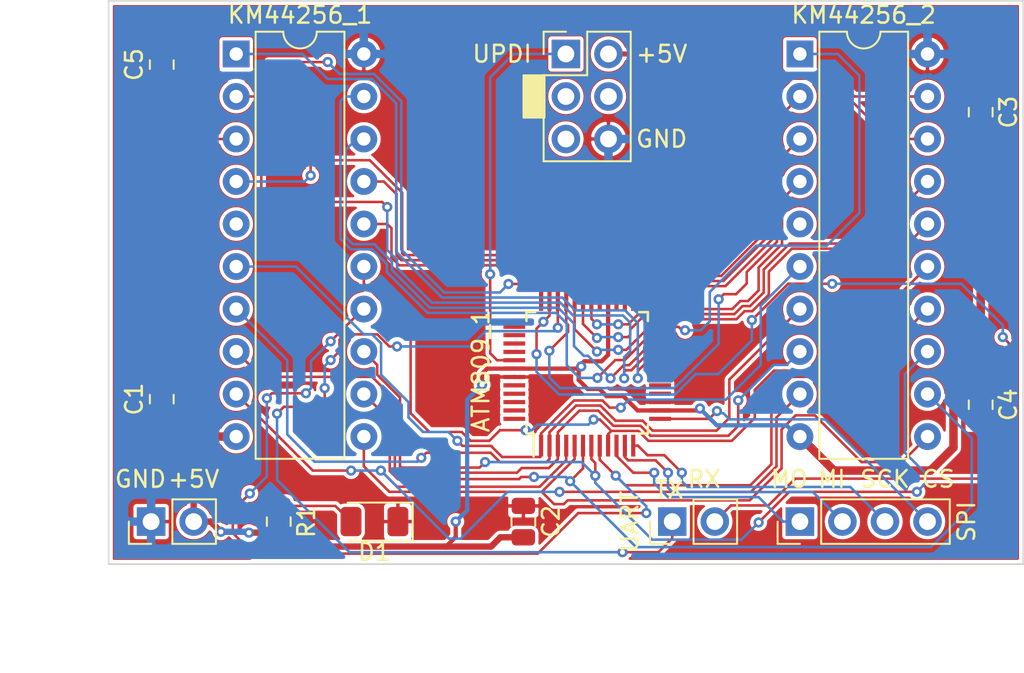
<source format=kicad_pcb>
(kicad_pcb (version 20171130) (host pcbnew 5.1.4)
  (layers (0 F.Cu signal) (31 B.Cu signal) (34 B.Paste user) (35 F.Paste user) (36 B.SilkS user) (37 F.SilkS user) (38 B.Mask user) (39 F.Mask user) (44 Edge.Cuts user))
  (net 0 "")
  (net 1 "Net-(KM44256_1-Pad5)")
  (net 2 "Net-(KM44256_2-Pad5)")
  (net 3 GND)
  (net 4 +5V)
  (net 5 "Net-(J3-Pad5)")
  (net 6 "Net-(J3-Pad4)")
  (net 7 "Net-(J3-Pad3)")
  (net 8 D3)
  (net 9 D2)
  (net 10 D1)
  (net 11 D0)
  (net 12 D7)
  (net 13 D6)
  (net 14 D5)
  (net 15 D4)
  (net 16 RxD)
  (net 17 TxD)
  (net 18 SS)
  (net 19 SCK)
  (net 20 MISO)
  (net 21 MOSI)
  (net 22 "Net-(ATM809_1-Pad48)")
  (net 23 "Net-(ATM809_1-Pad47)")
  (net 24 "Net-(ATM809_1-Pad46)")
  (net 25 "Net-(ATM809_1-Pad45)")
  (net 26 "Net-(ATM809_1-Pad44)")
  (net 27 "Net-(ATM809_1-Pad40)")
  (net 28 "Net-(ATM809_1-Pad39)")
  (net 29 "Net-(ATM809_1-Pad38)")
  (net 30 "Net-(ATM809_1-Pad37)")
  (net 31 "Net-(ATM809_1-Pad36)")
  (net 32 "Net-(ATM809_1-Pad19)")
  (net 33 "Net-(ATM809_1-Pad18)")
  (net 34 "Net-(ATM809_1-Pad17)")
  (net 35 "Net-(ATM809_1-Pad16)")
  (net 36 A8)
  (net 37 A7)
  (net 38 A6)
  (net 39 A5)
  (net 40 A4)
  (net 41 A3)
  (net 42 A2)
  (net 43 A1)
  (net 44 A0)
  (net 45 ~W)
  (net 46 ~OE)
  (net 47 ~CAS)
  (net 48 ~RAS)
  (net 49 UPDI)
  (net 50 "Net-(D1-Pad2)")
  (module DIP:DIP-20_W7.62mm (layer F.Cu) (at 22.86 165.1)
    (fp_text reference KM44256_1 (at 3.81 -2.33) (layer F.SilkS))
    (fp_text value KM44C256BP-8)
    (pad 20 thru_hole oval (at 7.62 0) (size 1.6 1.6) (drill 0.8) (layers *.Cu *.Mask) (net 3 GND))
    (pad 10 thru_hole oval (at 0 22.86) (size 1.6 1.6) (drill 0.8) (layers *.Cu *.Mask) (net 4 +5V))
    (pad 19 thru_hole oval (at 7.62 2.54) (size 1.6 1.6) (drill 0.8) (layers *.Cu *.Mask) (net 8 D3))
    (pad 9 thru_hole oval (at 0 20.32) (size 1.6 1.6) (drill 0.8) (layers *.Cu *.Mask) (net 41 A3))
    (pad 18 thru_hole oval (at 7.62 5.08) (size 1.6 1.6) (drill 0.8) (layers *.Cu *.Mask) (net 9 D2))
    (pad 8 thru_hole oval (at 0 17.78) (size 1.6 1.6) (drill 0.8) (layers *.Cu *.Mask) (net 42 A2))
    (pad 17 thru_hole oval (at 7.62 7.62) (size 1.6 1.6) (drill 0.8) (layers *.Cu *.Mask) (net 47 ~CAS))
    (pad 7 thru_hole oval (at 0 15.24) (size 1.6 1.6) (drill 0.8) (layers *.Cu *.Mask) (net 43 A1))
    (pad 16 thru_hole oval (at 7.62 10.16) (size 1.6 1.6) (drill 0.8) (layers *.Cu *.Mask) (net 46 ~OE))
    (pad 6 thru_hole oval (at 0 12.7) (size 1.6 1.6) (drill 0.8) (layers *.Cu *.Mask) (net 44 A0))
    (pad 15 thru_hole oval (at 7.62 12.7) (size 1.6 1.6) (drill 0.8) (layers *.Cu *.Mask) (net 36 A8))
    (pad 5 thru_hole oval (at 0 10.16) (size 1.6 1.6) (drill 0.8) (layers *.Cu *.Mask) (net 1 "Net-(KM44256_1-Pad5)"))
    (pad 14 thru_hole oval (at 7.62 15.24) (size 1.6 1.6) (drill 0.8) (layers *.Cu *.Mask) (net 37 A7))
    (pad 4 thru_hole oval (at 0 7.62) (size 1.6 1.6) (drill 0.8) (layers *.Cu *.Mask) (net 48 ~RAS))
    (pad 13 thru_hole oval (at 7.62 17.78) (size 1.6 1.6) (drill 0.8) (layers *.Cu *.Mask) (net 38 A6))
    (pad 3 thru_hole oval (at 0 5.08) (size 1.6 1.6) (drill 0.8) (layers *.Cu *.Mask) (net 45 ~W))
    (pad 12 thru_hole oval (at 7.62 20.32) (size 1.6 1.6) (drill 0.8) (layers *.Cu *.Mask) (net 39 A5))
    (pad 2 thru_hole oval (at 0 2.54) (size 1.6 1.6) (drill 0.8) (layers *.Cu *.Mask) (net 10 D1))
    (pad 11 thru_hole oval (at 7.62 22.86) (size 1.6 1.6) (drill 0.8) (layers *.Cu *.Mask) (net 40 A4))
    (pad 1 thru_hole rect (at 0 0) (size 1.6 1.6) (drill 0.8) (layers *.Cu *.Mask) (net 11 D0))
  )
  (module QFP:TQFP-48_7x7mm_P0.5mm (layer F.Cu) (at 43.815 184.15 90)
    (fp_text reference ATM809_1 (at 0.127 -6.35 90) (layer F.SilkS))
    (fp_text value ATmega809)
    (pad 48 smd rect (at -2.75 -4.35 180) (size 1.3 0.25) (layers F.Cu F.Paste F.Mask) (net 22 "Net-(ATM809_1-Pad48)"))
    (pad 47 smd rect (at -2.25 -4.35 180) (size 1.3 0.25) (layers F.Cu F.Paste F.Mask) (net 23 "Net-(ATM809_1-Pad47)"))
    (pad 46 smd rect (at -1.75 -4.35 180) (size 1.3 0.25) (layers F.Cu F.Paste F.Mask) (net 24 "Net-(ATM809_1-Pad46)"))
    (pad 45 smd rect (at -1.25 -4.35 180) (size 1.3 0.25) (layers F.Cu F.Paste F.Mask) (net 25 "Net-(ATM809_1-Pad45)"))
    (pad 44 smd rect (at -0.75 -4.35 180) (size 1.3 0.25) (layers F.Cu F.Paste F.Mask) (net 26 "Net-(ATM809_1-Pad44)"))
    (pad 43 smd rect (at -0.25 -4.35 180) (size 1.3 0.25) (layers F.Cu F.Paste F.Mask) (net 3 GND))
    (pad 42 smd rect (at 0.25 -4.35 180) (size 1.3 0.25) (layers F.Cu F.Paste F.Mask) (net 4 +5V))
    (pad 41 smd rect (at 0.75 -4.35 180) (size 1.3 0.25) (layers F.Cu F.Paste F.Mask) (net 49 UPDI))
    (pad 40 smd rect (at 1.25 -4.35 180) (size 1.3 0.25) (layers F.Cu F.Paste F.Mask) (net 27 "Net-(ATM809_1-Pad40)"))
    (pad 39 smd rect (at 1.75 -4.35 180) (size 1.3 0.25) (layers F.Cu F.Paste F.Mask) (net 28 "Net-(ATM809_1-Pad39)"))
    (pad 38 smd rect (at 2.25 -4.35 180) (size 1.3 0.25) (layers F.Cu F.Paste F.Mask) (net 29 "Net-(ATM809_1-Pad38)"))
    (pad 37 smd rect (at 2.75 -4.35 180) (size 1.3 0.25) (layers F.Cu F.Paste F.Mask) (net 30 "Net-(ATM809_1-Pad37)"))
    (pad 36 smd rect (at 4.35 -2.75 90) (size 1.3 0.25) (layers F.Cu F.Paste F.Mask) (net 31 "Net-(ATM809_1-Pad36)"))
    (pad 35 smd rect (at 4.35 -2.25 90) (size 1.3 0.25) (layers F.Cu F.Paste F.Mask) (net 16 RxD))
    (pad 34 smd rect (at 4.35 -1.75 90) (size 1.3 0.25) (layers F.Cu F.Paste F.Mask) (net 17 TxD))
    (pad 33 smd rect (at 4.35 -1.25 90) (size 1.3 0.25) (layers F.Cu F.Paste F.Mask) (net 45 ~W))
    (pad 32 smd rect (at 4.35 -0.75 90) (size 1.3 0.25) (layers F.Cu F.Paste F.Mask) (net 46 ~OE))
    (pad 31 smd rect (at 4.35 -0.25 90) (size 1.3 0.25) (layers F.Cu F.Paste F.Mask) (net 47 ~CAS))
    (pad 30 smd rect (at 4.35 0.25 90) (size 1.3 0.25) (layers F.Cu F.Paste F.Mask) (net 48 ~RAS))
    (pad 29 smd rect (at 4.35 0.75 90) (size 1.3 0.25) (layers F.Cu F.Paste F.Mask) (net 3 GND))
    (pad 28 smd rect (at 4.35 1.25 90) (size 1.3 0.25) (layers F.Cu F.Paste F.Mask) (net 4 +5V))
    (pad 27 smd rect (at 4.35 1.75 90) (size 1.3 0.25) (layers F.Cu F.Paste F.Mask) (net 12 D7))
    (pad 26 smd rect (at 4.35 2.25 90) (size 1.3 0.25) (layers F.Cu F.Paste F.Mask) (net 13 D6))
    (pad 25 smd rect (at 4.35 2.75 90) (size 1.3 0.25) (layers F.Cu F.Paste F.Mask) (net 14 D5))
    (pad 24 smd rect (at 2.75 4.35 180) (size 1.3 0.25) (layers F.Cu F.Paste F.Mask) (net 15 D4))
    (pad 23 smd rect (at 2.25 4.35 180) (size 1.3 0.25) (layers F.Cu F.Paste F.Mask) (net 8 D3))
    (pad 22 smd rect (at 1.75 4.35 180) (size 1.3 0.25) (layers F.Cu F.Paste F.Mask) (net 9 D2))
    (pad 21 smd rect (at 1.25 4.35 180) (size 1.3 0.25) (layers F.Cu F.Paste F.Mask) (net 10 D1))
    (pad 20 smd rect (at 0.75 4.35 180) (size 1.3 0.25) (layers F.Cu F.Paste F.Mask) (net 11 D0))
    (pad 19 smd rect (at 0.25 4.35 180) (size 1.3 0.25) (layers F.Cu F.Paste F.Mask) (net 32 "Net-(ATM809_1-Pad19)"))
    (pad 18 smd rect (at -0.25 4.35 180) (size 1.3 0.25) (layers F.Cu F.Paste F.Mask) (net 33 "Net-(ATM809_1-Pad18)"))
    (pad 17 smd rect (at -0.75 4.35 180) (size 1.3 0.25) (layers F.Cu F.Paste F.Mask) (net 34 "Net-(ATM809_1-Pad17)"))
    (pad 16 smd rect (at -1.25 4.35 180) (size 1.3 0.25) (layers F.Cu F.Paste F.Mask) (net 35 "Net-(ATM809_1-Pad16)"))
    (pad 15 smd rect (at -1.75 4.35 180) (size 1.3 0.25) (layers F.Cu F.Paste F.Mask) (net 3 GND))
    (pad 14 smd rect (at -2.25 4.35 180) (size 1.3 0.25) (layers F.Cu F.Paste F.Mask) (net 4 +5V))
    (pad 13 smd rect (at -2.75 4.35 180) (size 1.3 0.25) (layers F.Cu F.Paste F.Mask) (net 18 SS))
    (pad 12 smd rect (at -4.35 2.75 90) (size 1.3 0.25) (layers F.Cu F.Paste F.Mask) (net 19 SCK))
    (pad 11 smd rect (at -4.35 2.25 90) (size 1.3 0.25) (layers F.Cu F.Paste F.Mask) (net 20 MISO))
    (pad 10 smd rect (at -4.35 1.75 90) (size 1.3 0.25) (layers F.Cu F.Paste F.Mask) (net 21 MOSI))
    (pad 9 smd rect (at -4.35 1.25 90) (size 1.3 0.25) (layers F.Cu F.Paste F.Mask) (net 36 A8))
    (pad 8 smd rect (at -4.35 0.75 90) (size 1.3 0.25) (layers F.Cu F.Paste F.Mask) (net 37 A7))
    (pad 7 smd rect (at -4.35 0.25 90) (size 1.3 0.25) (layers F.Cu F.Paste F.Mask) (net 38 A6))
    (pad 6 smd rect (at -4.35 -0.25 90) (size 1.3 0.25) (layers F.Cu F.Paste F.Mask) (net 39 A5))
    (pad 5 smd rect (at -4.35 -0.75 90) (size 1.3 0.25) (layers F.Cu F.Paste F.Mask) (net 40 A4))
    (pad 4 smd rect (at -4.35 -1.25 90) (size 1.3 0.25) (layers F.Cu F.Paste F.Mask) (net 41 A3))
    (pad 3 smd rect (at -4.35 -1.75 90) (size 1.3 0.25) (layers F.Cu F.Paste F.Mask) (net 42 A2))
    (pad 2 smd rect (at -4.35 -2.25 90) (size 1.3 0.25) (layers F.Cu F.Paste F.Mask) (net 43 A1))
    (pad 1 smd rect (at -4.35 -2.75 90) (size 1.3 0.25) (layers F.Cu F.Paste F.Mask) (net 44 A0))
  )
  (module ResistorSMD:R_0805_2012Metric (layer F.Cu) (at 25.4 193.04 270)
    (fp_text reference R1 (at 0 -1.65 90) (layer F.SilkS))
    (fp_text value 470Ohm)
    (pad 2 smd roundrect (at 0.9375 0 270) (size 0.975 1.4) (layers F.Cu F.Paste F.Mask) (net 4 +5V))
    (pad 1 smd roundrect (at -0.9375 0 270) (size 0.975 1.4) (layers F.Cu F.Paste F.Mask) (net 50 "Net-(D1-Pad2)"))
  )
  (module LEDSMD:LED_1206_3216Metric (layer F.Cu) (at 31.115 193.04 180)
    (fp_text reference D1 (at 0 -1.82) (layer F.SilkS))
    (fp_text value POWER_LED)
    (pad 2 smd roundrect (at 1.4 0 180) (size 1.25 1.75) (layers F.Cu F.Paste F.Mask) (roundrect_rratio 0.2) (net 50 "Net-(D1-Pad2)"))
    (pad 1 smd roundrect (at -1.4 0 180) (size 1.25 1.75) (layers F.Cu F.Paste F.Mask) (roundrect_rratio 0.2) (net 3 GND))
  )
  (module ConnectorPinHeader:PinHeader_1x02_P2.54mm_Vertical (layer F.Cu) (at 17.78 193.04 90)
    (fp_text reference J4)
    (fp_text value POWER)
    (pad 2 thru_hole oval (at 0 2.54 90) (size 1.7 1.7) (drill 1) (layers *.Cu *.Mask) (net 4 +5V))
    (pad 1 thru_hole rect (at 0 0 90) (size 1.7 1.7) (drill 1) (layers *.Cu *.Mask) (net 3 GND))
  )
  (module ConnectorPinHeader:PinHeader_2x03_P2.54mm_Vertical (layer F.Cu) (at 42.545 165.1)
    (fp_text reference J3)
    (fp_text value UPDI)
    (pad 6 thru_hole oval (at 2.54 5.08) (size 1.7 1.7) (drill 1) (layers *.Cu *.Mask) (net 3 GND))
    (pad 5 thru_hole oval (at 0 5.08) (size 1.7 1.7) (drill 1) (layers *.Cu *.Mask) (net 5 "Net-(J3-Pad5)"))
    (pad 4 thru_hole oval (at 2.54 2.54) (size 1.7 1.7) (drill 1) (layers *.Cu *.Mask) (net 6 "Net-(J3-Pad4)"))
    (pad 3 thru_hole oval (at 0 2.54) (size 1.7 1.7) (drill 1) (layers *.Cu *.Mask) (net 7 "Net-(J3-Pad3)"))
    (pad 2 thru_hole oval (at 2.54 0) (size 1.7 1.7) (drill 1) (layers *.Cu *.Mask) (net 4 +5V))
    (pad 1 thru_hole rect (at 0 0) (size 1.7 1.7) (drill 1) (layers *.Cu *.Mask) (net 49 UPDI))
  )
  (module ConnectorPinHeader:PinHeader_1x04_P2.54mm_Vertical (layer F.Cu) (at 56.515 193.04 90)
    (fp_text reference J2)
    (fp_text value SPI (at 0 9.95 90) (layer F.SilkS))
    (pad 4 thru_hole oval (at 0 7.62 90) (size 1.7 1.7) (drill 1) (layers *.Cu *.Mask) (net 18 SS))
    (pad 3 thru_hole oval (at 0 5.08 90) (size 1.7 1.7) (drill 1) (layers *.Cu *.Mask) (net 19 SCK))
    (pad 2 thru_hole oval (at 0 2.54 90) (size 1.7 1.7) (drill 1) (layers *.Cu *.Mask) (net 20 MISO))
    (pad 1 thru_hole rect (at 0 0 90) (size 1.7 1.7) (drill 1) (layers *.Cu *.Mask) (net 21 MOSI))
  )
  (module ConnectorPinHeader:PinHeader_1x02_P2.54mm_Vertical (layer F.Cu) (at 48.895 193.04 90)
    (fp_text reference J1)
    (fp_text value UART (at 0 -2.54 90) (layer F.SilkS))
    (pad 2 thru_hole oval (at 0 2.54 90) (size 1.7 1.7) (drill 1) (layers *.Cu *.Mask) (net 16 RxD))
    (pad 1 thru_hole rect (at 0 0 90) (size 1.7 1.7) (drill 1) (layers *.Cu *.Mask) (net 17 TxD))
  )
  (module CapacitorSMD:C_0805_2012Metric (layer F.Cu) (at 67.31 168.5775 270)
    (fp_text reference C3 (at 0 -1.65 90) (layer F.SilkS))
    (fp_text value 100nF)
    (pad 2 smd roundrect (at 0.9375 0 270) (size 0.975 1.4) (layers F.Cu F.Paste F.Mask) (net 4 +5V))
    (pad 1 smd roundrect (at -0.9375 0 270) (size 0.975 1.4) (layers F.Cu F.Paste F.Mask) (net 3 GND))
  )
  (module CapacitorSMD:C_0805_2012Metric (layer F.Cu) (at 18.415 165.735 90)
    (fp_text reference C5 (at 0 -1.65 90) (layer F.SilkS))
    (fp_text value 47µF)
    (pad 2 smd roundrect (at 0.9375 0 90) (size 0.975 1.4) (layers F.Cu F.Paste F.Mask) (net 4 +5V))
    (pad 1 smd roundrect (at -0.9375 0 90) (size 0.975 1.4) (layers F.Cu F.Paste F.Mask) (net 3 GND))
  )
  (module CapacitorSMD:C_0805_2012Metric (layer F.Cu) (at 67.31 186.055 270)
    (fp_text reference C4 (at 0 -1.65 90) (layer F.SilkS))
    (fp_text value 47µF)
    (pad 2 smd roundrect (at 0.9375 0 270) (size 0.975 1.4) (layers F.Cu F.Paste F.Mask) (net 3 GND))
    (pad 1 smd roundrect (at -0.9375 0 270) (size 0.975 1.4) (layers F.Cu F.Paste F.Mask) (net 4 +5V))
  )
  (module CapacitorSMD:C_0805_2012Metric (layer F.Cu) (at 40.005 193.04 270)
    (fp_text reference C2 (at 0 -1.65 90) (layer F.SilkS))
    (fp_text value 100nF)
    (pad 2 smd roundrect (at 0.9375 0 270) (size 0.975 1.4) (layers F.Cu F.Paste F.Mask) (net 4 +5V))
    (pad 1 smd roundrect (at -0.9375 0 270) (size 0.975 1.4) (layers F.Cu F.Paste F.Mask) (net 3 GND))
  )
  (module CapacitorSMD:C_0805_2012Metric (layer F.Cu) (at 18.415 185.7225 90)
    (fp_text reference C1 (at 0 -1.65 90) (layer F.SilkS))
    (fp_text value 100nF)
    (pad 2 smd roundrect (at 0.9375 0 90) (size 0.975 1.4) (layers F.Cu F.Paste F.Mask) (net 3 GND))
    (pad 1 smd roundrect (at -0.9375 0 90) (size 0.975 1.4) (layers F.Cu F.Paste F.Mask) (net 4 +5V))
  )
  (module DIP:DIP-20_W7.62mm (layer F.Cu) (at 56.515 165.1)
    (fp_text reference KM44256_2 (at 3.81 -2.33) (layer F.SilkS))
    (fp_text value KM44C256BP-8)
    (pad 20 thru_hole oval (at 7.62 0) (size 1.6 1.6) (drill 0.8) (layers *.Cu *.Mask) (net 3 GND))
    (pad 10 thru_hole oval (at 0 22.86) (size 1.6 1.6) (drill 0.8) (layers *.Cu *.Mask) (net 4 +5V))
    (pad 19 thru_hole oval (at 7.62 2.54) (size 1.6 1.6) (drill 0.8) (layers *.Cu *.Mask) (net 12 D7))
    (pad 9 thru_hole oval (at 0 20.32) (size 1.6 1.6) (drill 0.8) (layers *.Cu *.Mask) (net 41 A3))
    (pad 18 thru_hole oval (at 7.62 5.08) (size 1.6 1.6) (drill 0.8) (layers *.Cu *.Mask) (net 13 D6))
    (pad 8 thru_hole oval (at 0 17.78) (size 1.6 1.6) (drill 0.8) (layers *.Cu *.Mask) (net 42 A2))
    (pad 17 thru_hole oval (at 7.62 7.62) (size 1.6 1.6) (drill 0.8) (layers *.Cu *.Mask) (net 47 ~CAS))
    (pad 7 thru_hole oval (at 0 15.24) (size 1.6 1.6) (drill 0.8) (layers *.Cu *.Mask) (net 43 A1))
    (pad 16 thru_hole oval (at 7.62 10.16) (size 1.6 1.6) (drill 0.8) (layers *.Cu *.Mask) (net 46 ~OE))
    (pad 6 thru_hole oval (at 0 12.7) (size 1.6 1.6) (drill 0.8) (layers *.Cu *.Mask) (net 44 A0))
    (pad 15 thru_hole oval (at 7.62 12.7) (size 1.6 1.6) (drill 0.8) (layers *.Cu *.Mask) (net 36 A8))
    (pad 5 thru_hole oval (at 0 10.16) (size 1.6 1.6) (drill 0.8) (layers *.Cu *.Mask) (net 2 "Net-(KM44256_2-Pad5)"))
    (pad 14 thru_hole oval (at 7.62 15.24) (size 1.6 1.6) (drill 0.8) (layers *.Cu *.Mask) (net 37 A7))
    (pad 4 thru_hole oval (at 0 7.62) (size 1.6 1.6) (drill 0.8) (layers *.Cu *.Mask) (net 48 ~RAS))
    (pad 13 thru_hole oval (at 7.62 17.78) (size 1.6 1.6) (drill 0.8) (layers *.Cu *.Mask) (net 38 A6))
    (pad 3 thru_hole oval (at 0 5.08) (size 1.6 1.6) (drill 0.8) (layers *.Cu *.Mask) (net 45 ~W))
    (pad 12 thru_hole oval (at 7.62 20.32) (size 1.6 1.6) (drill 0.8) (layers *.Cu *.Mask) (net 39 A5))
    (pad 2 thru_hole oval (at 0 2.54) (size 1.6 1.6) (drill 0.8) (layers *.Cu *.Mask) (net 14 D5))
    (pad 11 thru_hole oval (at 7.62 22.86) (size 1.6 1.6) (drill 0.8) (layers *.Cu *.Mask) (net 40 A4))
    (pad 1 thru_hole rect (at 0 0) (size 1.6 1.6) (drill 0.8) (layers *.Cu *.Mask) (net 15 D4))
  )
  (gr_poly (pts (xy 41.215 166.37) (xy 40.005 166.37) (xy 40.005 168.91) (xy 41.275 168.91) (xy 41.275 166.37)) (layer F.SilkS) (width 0.1))
  (gr_text UPDI (at 38.735 165.1) (layer F.SilkS) (effects (font (size 1 1))))
  (gr_text GND (at 48.26 170.18) (layer F.SilkS) (effects (font (size 1 1))))
  (gr_text +5V (at 48.26 165.1) (layer F.SilkS) (effects (font (size 1 1))))
  (gr_text +5V (at 20.32 190.5) (layer F.SilkS) (effects (font (size 1 1))))
  (gr_text GND (at 17.145 190.5) (layer F.SilkS) (effects (font (size 1 1))))
  (gr_text CS (at 64.77 190.5) (layer F.SilkS) (effects (font (size 1 1))))
  (gr_text SCK (at 61.595 190.5) (layer F.SilkS) (effects (font (size 1 1))))
  (gr_text MI (at 58.42 190.5) (layer F.SilkS) (effects (font (size 1 1))))
  (gr_text "MO\n" (at 55.88 190.5) (layer F.SilkS) (effects (font (size 1 1))))
  (gr_text RX (at 50.8 190.5) (layer F.SilkS) (effects (font (size 1 1))))
  (gr_text TX (at 48.7045 191.135) (layer F.SilkS) (effects (font (size 1 1))))
  (gr_line (start 15.24 161.925) (end 15.24 195.58) (layer Edge.Cuts) (width 0.1))
  (gr_line (start 69.85 161.925) (end 15.24 161.925) (layer Edge.Cuts) (width 0.1))
  (gr_line (start 69.85 195.58) (end 69.85 161.925) (layer Edge.Cuts) (width 0.1))
  (gr_line (start 15.24 195.58) (end 69.85 195.58) (layer Edge.Cuts) (width 0.1))
  (via (at 23.622 193.7004) (size 0.6048) (drill 0.3) (layers F.Cu B.Cu) (net 4))
  (via (at 21.9456 193.6496) (size 0.6048) (drill 0.3) (layers F.Cu B.Cu) (net 4))
  (segment (start 21.72863 187.96) (end 22.86 187.96) (width 0.508) (layer F.Cu) (net 4))
  (segment (start 18.415 187.2475) (end 19.1275 187.96) (width 0.508) (layer F.Cu) (net 4))
  (segment (start 19.1275 187.96) (end 21.72863 187.96) (width 0.508) (layer F.Cu) (net 4))
  (segment (start 18.415 186.66) (end 18.415 187.2475) (width 0.508) (layer F.Cu) (net 4))
  (segment (start 67.31 184.53) (end 67.31 169.515) (width 0.508) (layer F.Cu) (net 4))
  (segment (start 67.31 185.1175) (end 67.31 184.53) (width 0.508) (layer F.Cu) (net 4))
  (segment (start 17.018 186.063) (end 17.018 166.1945) (width 0.508) (layer F.Cu) (net 4))
  (segment (start 17.018 166.1945) (end 18.415 164.7975) (width 0.508) (layer F.Cu) (net 4))
  (segment (start 18.415 186.66) (end 17.615 186.66) (width 0.508) (layer F.Cu) (net 4))
  (segment (start 17.615 186.66) (end 17.018 186.063) (width 0.508) (layer F.Cu) (net 4))
  (segment (start 56.388 187.96) (end 55.715009 187.287009) (width 0.254) (layer B.Cu) (net 4))
  (segment (start 56.515 187.96) (end 56.388 187.96) (width 0.254) (layer B.Cu) (net 4))
  (segment (start 55.715009 187.287009) (end 54.9148 187.287009) (width 0.254) (layer B.Cu) (net 4))
  (segment (start 51.551943 187.287009) (end 50.546 186.2836) (width 0.254) (layer B.Cu) (net 4))
  (segment (start 54.9148 187.287009) (end 51.551943 187.287009) (width 0.254) (layer B.Cu) (net 4))
  (segment (start 50.546 186.2836) (end 50.548534 186.2836) (width 0.254) (layer B.Cu) (net 4))
  (via (at 50.546 186.2836) (size 0.6048) (drill 0.3) (layers F.Cu B.Cu) (net 4))
  (segment (start 50.4296 186.4) (end 48.165 186.4) (width 0.254) (layer F.Cu) (net 4))
  (segment (start 50.546 186.2836) (end 50.4296 186.4) (width 0.254) (layer F.Cu) (net 4))
  (segment (start 37.5412 184.912) (end 37.5412 184.8612) (width 0.254) (layer B.Cu) (net 4))
  (segment (start 20.32 189.1525) (end 19.1275 187.96) (width 0.381) (layer F.Cu) (net 4))
  (segment (start 20.32 193.04) (end 20.32 189.1525) (width 0.381) (layer F.Cu) (net 4))
  (via (at 37.5412 184.8612) (size 0.6048) (drill 0.3) (layers F.Cu B.Cu) (net 4))
  (segment (start 37.5412 184.2008) (end 37.5412 184.8612) (width 0.254) (layer F.Cu) (net 4))
  (segment (start 39.465 183.9) (end 37.842 183.9) (width 0.254) (layer F.Cu) (net 4))
  (segment (start 37.842 183.9) (end 37.5412 184.2008) (width 0.254) (layer F.Cu) (net 4))
  (segment (start 21.336 193.04) (end 21.9456 193.6496) (width 0.381) (layer F.Cu) (net 4))
  (segment (start 20.32 193.04) (end 21.336 193.04) (width 0.381) (layer F.Cu) (net 4))
  (segment (start 25.1229 193.7004) (end 25.4 193.9775) (width 0.381) (layer F.Cu) (net 4))
  (segment (start 23.622 193.7004) (end 25.1229 193.7004) (width 0.381) (layer F.Cu) (net 4))
  (segment (start 23.5712 193.6496) (end 23.622 193.7004) (width 0.381) (layer B.Cu) (net 4))
  (segment (start 21.9456 193.6496) (end 23.5712 193.6496) (width 0.381) (layer B.Cu) (net 4))
  (segment (start 25.4 193.9775) (end 25.956237 194.533737) (width 0.381) (layer F.Cu) (net 4))
  (segment (start 38.6357 193.9775) (end 40.005 193.9775) (width 0.381) (layer F.Cu) (net 4))
  (segment (start 38.079463 194.533737) (end 38.6357 193.9775) (width 0.381) (layer F.Cu) (net 4))
  (segment (start 36.649801 185.752599) (end 36.649801 192.356599) (width 0.254) (layer B.Cu) (net 4))
  (segment (start 37.5412 184.8612) (end 36.649801 185.752599) (width 0.254) (layer B.Cu) (net 4))
  (segment (start 36.649801 192.356599) (end 35.9664 193.04) (width 0.254) (layer B.Cu) (net 4))
  (segment (start 35.9664 193.04) (end 35.9664 193.04) (width 0.254) (layer B.Cu) (net 4))
  (via (at 35.9664 193.04) (size 0.6048) (drill 0.3) (layers F.Cu B.Cu) (net 4))
  (segment (start 35.9664 193.9544) (end 35.387063 194.533737) (width 0.254) (layer F.Cu) (net 4))
  (segment (start 35.9664 193.04) (end 35.9664 193.9544) (width 0.254) (layer F.Cu) (net 4))
  (segment (start 25.956237 194.533737) (end 35.387063 194.533737) (width 0.381) (layer F.Cu) (net 4))
  (segment (start 35.387063 194.533737) (end 38.079463 194.533737) (width 0.381) (layer F.Cu) (net 4))
  (segment (start 58.547 189.992) (end 64.3128 189.992) (width 0.508) (layer F.Cu) (net 4))
  (segment (start 66.1901 185.1175) (end 67.31 185.1175) (width 0.508) (layer F.Cu) (net 4))
  (segment (start 64.3128 189.992) (end 65.6844 188.6204) (width 0.508) (layer F.Cu) (net 4))
  (segment (start 56.515 187.96) (end 58.547 189.992) (width 0.508) (layer F.Cu) (net 4))
  (segment (start 65.6844 188.6204) (end 65.6844 185.6232) (width 0.508) (layer F.Cu) (net 4))
  (segment (start 65.6844 185.6232) (end 66.1901 185.1175) (width 0.508) (layer F.Cu) (net 4))
  (segment (start 39.465 183.9) (end 43.3284 183.9) (width 0.254) (layer F.Cu) (net 4))
  (segment (start 43.3284 183.9) (end 43.4594 183.769) (width 0.254) (layer F.Cu) (net 4))
  (segment (start 43.4594 183.769) (end 43.4594 183.769) (width 0.254) (layer F.Cu) (net 4))
  (via (at 43.4594 183.769) (size 0.6048) (drill 0.3) (layers F.Cu B.Cu) (net 4))
  (segment (start 43.639599 183.461801) (end 43.4594 183.642) (width 0.254) (layer F.Cu) (net 4))
  (segment (start 44.678465 183.461801) (end 43.639599 183.461801) (width 0.254) (layer F.Cu) (net 4))
  (segment (start 45.065 179.8) (end 45.065 183.075266) (width 0.254) (layer F.Cu) (net 4))
  (segment (start 43.4594 183.642) (end 43.4594 183.769) (width 0.254) (layer F.Cu) (net 4))
  (segment (start 45.065 183.075266) (end 44.678465 183.461801) (width 0.254) (layer F.Cu) (net 4))
  (segment (start 43.307 184.5818) (end 43.307 183.9214) (width 0.254) (layer F.Cu) (net 4))
  (segment (start 46.827 186.4) (end 45.974 185.547) (width 0.254) (layer F.Cu) (net 4))
  (segment (start 44.544306 185.1152) (end 43.8404 185.1152) (width 0.254) (layer F.Cu) (net 4))
  (segment (start 48.165 186.4) (end 46.827 186.4) (width 0.254) (layer F.Cu) (net 4))
  (segment (start 45.974 185.547) (end 44.976106 185.547) (width 0.254) (layer F.Cu) (net 4))
  (segment (start 43.307 183.9214) (end 43.4594 183.769) (width 0.254) (layer F.Cu) (net 4))
  (segment (start 43.8404 185.1152) (end 43.307 184.5818) (width 0.254) (layer F.Cu) (net 4))
  (segment (start 44.976106 185.547) (end 44.544306 185.1152) (width 0.254) (layer F.Cu) (net 4))
  (segment (start 45.065 179.8) (end 45.065 173.6798) (width 0.3048) (layer F.Cu) (net 4))
  (segment (start 45.065 173.6798) (end 47.3964 171.3484) (width 0.3048) (layer F.Cu) (net 4))
  (segment (start 47.3964 171.3484) (end 47.3964 166.0398) (width 0.3048) (layer F.Cu) (net 4))
  (segment (start 46.4566 165.1) (end 45.085 165.1) (width 0.3048) (layer F.Cu) (net 4))
  (segment (start 47.3964 166.0398) (end 46.4566 165.1) (width 0.3048) (layer F.Cu) (net 4))
  (via (at 44.4246 184.4548) (size 0.6048) (drill 0.3) (layers F.Cu B.Cu) (net 8))
  (segment (start 47.547452 181.9) (end 46.059452 183.388) (width 0.1524) (layer F.Cu) (net 8))
  (segment (start 48.165 181.9) (end 47.547452 181.9) (width 0.1524) (layer F.Cu) (net 8))
  (segment (start 45.4914 183.388) (end 44.4246 184.4548) (width 0.1524) (layer F.Cu) (net 8))
  (segment (start 46.059452 183.388) (end 45.4914 183.388) (width 0.1524) (layer F.Cu) (net 8))
  (segment (start 29.3624 167.64) (end 30.48 167.64) (width 0.1524) (layer B.Cu) (net 8))
  (segment (start 29.083 176.148266) (end 29.083 167.9194) (width 0.1524) (layer B.Cu) (net 8))
  (segment (start 29.706132 176.771398) (end 29.083 176.148266) (width 0.1524) (layer B.Cu) (net 8))
  (segment (start 29.083 167.9194) (end 29.3624 167.64) (width 0.1524) (layer B.Cu) (net 8))
  (segment (start 42.5958 181.3306) (end 42.593401 181.328201) (width 0.1524) (layer B.Cu) (net 8))
  (segment (start 42.593401 181.202719) (end 41.959282 180.5686) (width 0.1524) (layer B.Cu) (net 8))
  (segment (start 44.4246 184.4548) (end 43.359318 184.4548) (width 0.1524) (layer B.Cu) (net 8))
  (segment (start 34.29 180.5686) (end 31.8516 178.1302) (width 0.1524) (layer B.Cu) (net 8))
  (segment (start 42.593401 181.328201) (end 42.593401 181.202719) (width 0.1524) (layer B.Cu) (net 8))
  (segment (start 42.5958 183.691282) (end 42.5958 181.3306) (width 0.1524) (layer B.Cu) (net 8))
  (segment (start 43.359318 184.4548) (end 42.5958 183.691282) (width 0.1524) (layer B.Cu) (net 8))
  (segment (start 41.959282 180.5686) (end 34.29 180.5686) (width 0.1524) (layer B.Cu) (net 8))
  (segment (start 31.8516 178.1302) (end 31.8516 177.64927) (width 0.1524) (layer B.Cu) (net 8))
  (segment (start 31.8516 177.64927) (end 30.973729 176.771399) (width 0.1524) (layer B.Cu) (net 8))
  (segment (start 30.973729 176.771399) (end 29.706132 176.771398) (width 0.1524) (layer B.Cu) (net 8))
  (via (at 45.212 184.4802) (size 0.6048) (drill 0.3) (layers F.Cu B.Cu) (net 9))
  (segment (start 47.478518 182.4) (end 47.2186 182.659918) (width 0.1524) (layer F.Cu) (net 9))
  (segment (start 47.2186 182.797786) (end 46.323576 183.69281) (width 0.1524) (layer F.Cu) (net 9))
  (segment (start 47.2186 182.659918) (end 47.2186 182.797786) (width 0.1524) (layer F.Cu) (net 9))
  (segment (start 45.514399 184.177801) (end 45.212 184.4802) (width 0.1524) (layer F.Cu) (net 9))
  (segment (start 45.99939 183.69281) (end 45.514399 184.177801) (width 0.1524) (layer F.Cu) (net 9))
  (segment (start 48.165 182.4) (end 47.478518 182.4) (width 0.1524) (layer F.Cu) (net 9))
  (segment (start 46.323576 183.69281) (end 45.99939 183.69281) (width 0.1524) (layer F.Cu) (net 9))
  (segment (start 29.3878 170.8404) (end 30.0482 170.18) (width 0.1524) (layer B.Cu) (net 9))
  (segment (start 29.3878 176.022) (end 29.3878 170.8404) (width 0.1524) (layer B.Cu) (net 9))
  (segment (start 29.832389 176.466589) (end 29.3878 176.022) (width 0.1524) (layer B.Cu) (net 9))
  (segment (start 43.0276 182.551318) (end 43.0276 181.205852) (width 0.1524) (layer B.Cu) (net 9))
  (segment (start 30.0482 170.18) (end 30.48 170.18) (width 0.1524) (layer B.Cu) (net 9))
  (segment (start 43.0276 181.205852) (end 42.085538 180.26379) (width 0.1524) (layer B.Cu) (net 9))
  (segment (start 45.212 184.4802) (end 45.212 184.456318) (width 0.1524) (layer B.Cu) (net 9))
  (segment (start 32.15641 178.003944) (end 32.156409 177.523013) (width 0.1524) (layer B.Cu) (net 9))
  (segment (start 31.099985 176.466589) (end 29.832389 176.466589) (width 0.1524) (layer B.Cu) (net 9))
  (segment (start 34.416256 180.26379) (end 32.15641 178.003944) (width 0.1524) (layer B.Cu) (net 9))
  (segment (start 42.085538 180.26379) (end 34.416256 180.26379) (width 0.1524) (layer B.Cu) (net 9))
  (segment (start 32.156409 177.523013) (end 31.099985 176.466589) (width 0.1524) (layer B.Cu) (net 9))
  (segment (start 45.212 184.4802) (end 43.8658 183.134) (width 0.1524) (layer B.Cu) (net 9))
  (segment (start 43.610282 183.134) (end 43.0276 182.551318) (width 0.1524) (layer B.Cu) (net 9))
  (segment (start 43.8658 183.134) (end 43.610282 183.134) (width 0.1524) (layer B.Cu) (net 9))
  (via (at 46.0248 184.4802) (size 0.6048) (drill 0.3) (layers F.Cu B.Cu) (net 10))
  (segment (start 48.165 182.9) (end 47.547452 182.9) (width 0.1524) (layer F.Cu) (net 10))
  (segment (start 31.877 174.244) (end 31.877 174.244) (width 0.1524) (layer B.Cu) (net 10))
  (via (at 31.877 174.244) (size 0.6048) (drill 0.3) (layers F.Cu B.Cu) (net 10))
  (segment (start 31.574601 173.941601) (end 31.877 174.244) (width 0.1524) (layer F.Cu) (net 10))
  (segment (start 23.99137 167.64) (end 24.3586 168.00723) (width 0.1524) (layer F.Cu) (net 10))
  (segment (start 24.3586 173.4058) (end 24.894401 173.941601) (width 0.1524) (layer F.Cu) (net 10))
  (segment (start 22.86 167.64) (end 23.99137 167.64) (width 0.1524) (layer F.Cu) (net 10))
  (segment (start 24.3586 168.00723) (end 24.3586 173.4058) (width 0.1524) (layer F.Cu) (net 10))
  (segment (start 24.894401 173.941601) (end 31.574601 173.941601) (width 0.1524) (layer F.Cu) (net 10))
  (segment (start 47.547452 182.9) (end 46.449833 183.997619) (width 0.1524) (layer F.Cu) (net 10))
  (segment (start 46.449833 183.997619) (end 46.125647 183.997619) (width 0.1524) (layer F.Cu) (net 10))
  (segment (start 46.125647 183.997619) (end 46.024433 184.098833) (width 0.1524) (layer F.Cu) (net 10))
  (segment (start 46.0248 184.0992) (end 46.0248 184.4802) (width 0.1524) (layer F.Cu) (net 10))
  (segment (start 46.024433 184.098833) (end 46.0248 184.0992) (width 0.1524) (layer F.Cu) (net 10))
  (segment (start 34.54398 179.95898) (end 32.461218 177.876218) (width 0.1524) (layer B.Cu) (net 10))
  (segment (start 46.0248 183.208682) (end 46.3804 182.853082) (width 0.1524) (layer B.Cu) (net 10))
  (segment (start 46.0248 184.4802) (end 46.0248 183.208682) (width 0.1524) (layer B.Cu) (net 10))
  (segment (start 31.877 176.812538) (end 31.877 174.244) (width 0.1524) (layer B.Cu) (net 10))
  (segment (start 32.461218 177.876218) (end 32.461218 177.396756) (width 0.1524) (layer B.Cu) (net 10))
  (segment (start 46.3804 182.853082) (end 46.3804 181.1528) (width 0.1524) (layer B.Cu) (net 10))
  (segment (start 42.211794 179.95898) (end 34.54398 179.95898) (width 0.1524) (layer B.Cu) (net 10))
  (segment (start 42.976213 180.723399) (end 42.211794 179.95898) (width 0.1524) (layer B.Cu) (net 10))
  (segment (start 46.3804 181.1528) (end 45.950999 180.723399) (width 0.1524) (layer B.Cu) (net 10))
  (segment (start 32.461218 177.396756) (end 31.877 176.812538) (width 0.1524) (layer B.Cu) (net 10))
  (segment (start 45.950999 180.723399) (end 42.976213 180.723399) (width 0.1524) (layer B.Cu) (net 10))
  (via (at 46.8376 184.4802) (size 0.6048) (drill 0.3) (layers F.Cu B.Cu) (net 11))
  (segment (start 46.8376 184.052542) (end 46.8376 184.4802) (width 0.1524) (layer F.Cu) (net 11))
  (segment (start 46.8376 184.040918) (end 46.8376 184.052542) (width 0.1524) (layer F.Cu) (net 11))
  (segment (start 47.478518 183.4) (end 46.8376 184.040918) (width 0.1524) (layer F.Cu) (net 11))
  (segment (start 48.165 183.4) (end 47.478518 183.4) (width 0.1524) (layer F.Cu) (net 11))
  (segment (start 32.4104 168.04807) (end 30.96093 166.5986) (width 0.1524) (layer B.Cu) (net 11))
  (segment (start 32.4104 176.914872) (end 32.4104 168.04807) (width 0.1524) (layer B.Cu) (net 11))
  (segment (start 26.8224 165.1) (end 22.86 165.1) (width 0.1524) (layer B.Cu) (net 11))
  (segment (start 35.149698 179.65417) (end 32.4104 176.914872) (width 0.1524) (layer B.Cu) (net 11))
  (segment (start 30.96093 166.5986) (end 28.321 166.5986) (width 0.1524) (layer B.Cu) (net 11))
  (segment (start 46.8376 181.178934) (end 46.077255 180.418589) (width 0.1524) (layer B.Cu) (net 11))
  (segment (start 46.8376 184.4802) (end 46.8376 181.178934) (width 0.1524) (layer B.Cu) (net 11))
  (segment (start 28.321 166.5986) (end 26.8224 165.1) (width 0.1524) (layer B.Cu) (net 11))
  (segment (start 46.077255 180.418589) (end 43.102469 180.418589) (width 0.1524) (layer B.Cu) (net 11))
  (segment (start 43.102469 180.418589) (end 42.33805 179.65417) (width 0.1524) (layer B.Cu) (net 11))
  (segment (start 42.33805 179.65417) (end 35.149698 179.65417) (width 0.1524) (layer B.Cu) (net 11))
  (segment (start 54.229695 175.949509) (end 54.229696 167.971908) (width 0.1524) (layer F.Cu) (net 12))
  (segment (start 59.765466 167.64) (end 64.135 167.64) (width 0.1524) (layer F.Cu) (net 12))
  (segment (start 58.393857 166.268391) (end 59.765466 167.64) (width 0.1524) (layer F.Cu) (net 12))
  (segment (start 55.933214 166.26839) (end 58.393857 166.268391) (width 0.1524) (layer F.Cu) (net 12))
  (segment (start 54.229696 167.971908) (end 55.933214 166.26839) (width 0.1524) (layer F.Cu) (net 12))
  (segment (start 45.565 178.9976) (end 46.20381 178.35879) (width 0.1524) (layer F.Cu) (net 12))
  (segment (start 45.565 179.8) (end 45.565 178.9976) (width 0.1524) (layer F.Cu) (net 12))
  (segment (start 47.014657 178.358791) (end 51.820414 178.35879) (width 0.1524) (layer F.Cu) (net 12))
  (segment (start 46.20381 178.35879) (end 47.014657 178.358791) (width 0.1524) (layer F.Cu) (net 12))
  (segment (start 51.820414 178.35879) (end 54.229695 175.949509) (width 0.1524) (layer F.Cu) (net 12))
  (segment (start 61.8744 170.18) (end 64.135 170.18) (width 0.1524) (layer F.Cu) (net 13))
  (segment (start 46.065 178.9976) (end 46.399 178.6636) (width 0.1524) (layer F.Cu) (net 13))
  (segment (start 54.534504 176.075766) (end 54.534505 168.098165) (width 0.1524) (layer F.Cu) (net 13))
  (segment (start 51.944835 178.665435) (end 54.534504 176.075766) (width 0.1524) (layer F.Cu) (net 13))
  (segment (start 58.2676 166.5732) (end 61.8744 170.18) (width 0.1524) (layer F.Cu) (net 13))
  (segment (start 46.399 178.6636) (end 51.943 178.6636) (width 0.1524) (layer F.Cu) (net 13))
  (segment (start 56.05947 166.5732) (end 58.2676 166.5732) (width 0.1524) (layer F.Cu) (net 13))
  (segment (start 54.534505 168.098165) (end 56.05947 166.5732) (width 0.1524) (layer F.Cu) (net 13))
  (segment (start 46.065 179.8) (end 46.065 178.9976) (width 0.1524) (layer F.Cu) (net 13))
  (segment (start 51.943 178.6636) (end 51.944835 178.665435) (width 0.1524) (layer F.Cu) (net 13))
  (segment (start 54.839314 169.315686) (end 56.515 167.64) (width 0.1524) (layer F.Cu) (net 14))
  (segment (start 54.839314 176.202022) (end 54.839314 169.315686) (width 0.1524) (layer F.Cu) (net 14))
  (segment (start 46.565 179.275) (end 46.87159 178.96841) (width 0.1524) (layer F.Cu) (net 14))
  (segment (start 46.565 179.8) (end 46.565 179.275) (width 0.1524) (layer F.Cu) (net 14))
  (segment (start 46.87159 178.96841) (end 50.419 178.96841) (width 0.1524) (layer F.Cu) (net 14))
  (segment (start 50.420834 178.970244) (end 50.419 178.96841) (width 0.1524) (layer F.Cu) (net 14))
  (segment (start 52.071092 178.970244) (end 50.420834 178.970244) (width 0.1524) (layer F.Cu) (net 14))
  (segment (start 54.839314 176.202022) (end 52.071092 178.970244) (width 0.1524) (layer F.Cu) (net 14))
  (segment (start 48.9674 181.4) (end 48.9742 181.4068) (width 0.1524) (layer F.Cu) (net 15))
  (segment (start 48.165 181.4) (end 48.9674 181.4) (width 0.1524) (layer F.Cu) (net 15))
  (segment (start 48.9742 181.4068) (end 49.276 181.4068) (width 0.1524) (layer F.Cu) (net 15))
  (segment (start 49.276 181.4068) (end 49.4792 181.61) (width 0.1524) (layer F.Cu) (net 15))
  (segment (start 49.4792 181.61) (end 49.657 181.61) (width 0.1524) (layer F.Cu) (net 15))
  (segment (start 49.657 181.61) (end 49.657 181.61) (width 0.1524) (layer F.Cu) (net 15))
  (via (at 49.657 181.61) (size 0.6048) (drill 0.3) (layers F.Cu B.Cu) (net 15))
  (segment (start 58.7756 165.1) (end 56.515 165.1) (width 0.1524) (layer B.Cu) (net 15))
  (segment (start 60.071 166.3954) (end 58.7756 165.1) (width 0.1524) (layer B.Cu) (net 15))
  (segment (start 60.071 174.5996) (end 60.071 166.3954) (width 0.1524) (layer B.Cu) (net 15))
  (segment (start 58.1152 176.5554) (end 60.071 174.5996) (width 0.1524) (layer B.Cu) (net 15))
  (segment (start 51.132599 181.074201) (end 51.132599 179.323119) (width 0.1524) (layer B.Cu) (net 15))
  (segment (start 50.5968 181.61) (end 51.132599 181.074201) (width 0.1524) (layer B.Cu) (net 15))
  (segment (start 49.657 181.61) (end 50.5968 181.61) (width 0.1524) (layer B.Cu) (net 15))
  (segment (start 51.132599 179.323119) (end 53.900318 176.5554) (width 0.1524) (layer B.Cu) (net 15))
  (segment (start 53.900318 176.5554) (end 58.1152 176.5554) (width 0.1524) (layer B.Cu) (net 15))
  (via (at 41.1988 181.102) (size 0.6048) (drill 0.3) (layers F.Cu B.Cu) (net 16))
  (segment (start 68.6308 182.0164) (end 68.6308 182.0164) (width 0.1524) (layer F.Cu) (net 16))
  (via (at 68.6308 182.0164) (size 0.6048) (drill 0.3) (layers F.Cu B.Cu) (net 16))
  (segment (start 68.6308 182.0164) (end 68.6308 181.3052) (width 0.1524) (layer B.Cu) (net 16))
  (segment (start 68.6308 181.3052) (end 66.5988 179.2732) (width 0.1524) (layer B.Cu) (net 16))
  (segment (start 66.5988 179.2732) (end 66.4464 179.1208) (width 0.1524) (layer B.Cu) (net 16))
  (segment (start 53.6448 181.0004) (end 53.6448 181.0004) (width 0.1524) (layer F.Cu) (net 16))
  (via (at 53.6448 181.0004) (size 0.6048) (drill 0.3) (layers F.Cu B.Cu) (net 16))
  (segment (start 40.7924 183.0324) (end 40.7924 183.0324) (width 0.1524) (layer B.Cu) (net 16))
  (via (at 40.7924 183.0324) (size 0.6048) (drill 0.3) (layers F.Cu B.Cu) (net 16))
  (segment (start 40.7924 181.5084) (end 41.1988 181.102) (width 0.1524) (layer F.Cu) (net 16))
  (segment (start 40.7924 183.0324) (end 40.7924 181.5084) (width 0.1524) (layer F.Cu) (net 16))
  (segment (start 41.565 180.7358) (end 41.565 179.8) (width 0.1524) (layer F.Cu) (net 16))
  (segment (start 41.1988 181.102) (end 41.565 180.7358) (width 0.1524) (layer F.Cu) (net 16))
  (segment (start 40.7924 183.0324) (end 40.7924 183.1848) (width 0.1524) (layer B.Cu) (net 16))
  (segment (start 53.6448 181.0004) (end 55.816599 178.828601) (width 0.1524) (layer F.Cu) (net 16))
  (segment (start 55.816599 178.828601) (end 57.645201 178.828601) (width 0.1524) (layer F.Cu) (net 16))
  (segment (start 40.7924 184.098466) (end 40.7924 183.7944) (width 0.1524) (layer B.Cu) (net 16))
  (segment (start 53.6448 182.2196) (end 51.6382 184.2262) (width 0.1524) (layer B.Cu) (net 16))
  (segment (start 53.6448 181.0004) (end 53.6448 182.2196) (width 0.1524) (layer B.Cu) (net 16))
  (segment (start 42.141723 185.447789) (end 40.7924 184.098466) (width 0.1524) (layer B.Cu) (net 16))
  (segment (start 51.6382 184.2262) (end 50.292 184.2262) (width 0.1524) (layer B.Cu) (net 16))
  (segment (start 49.070411 185.447789) (end 42.141723 185.447789) (width 0.1524) (layer B.Cu) (net 16))
  (segment (start 40.7924 183.7944) (end 40.7924 183.0324) (width 0.1524) (layer B.Cu) (net 16))
  (segment (start 50.292 184.2262) (end 49.070411 185.447789) (width 0.1524) (layer B.Cu) (net 16))
  (segment (start 68.9864 182.372) (end 68.6308 182.0164) (width 0.1524) (layer F.Cu) (net 16))
  (segment (start 68.9864 189.4586) (end 68.9864 182.372) (width 0.1524) (layer F.Cu) (net 16))
  (segment (start 52.400189 192.074811) (end 54.636123 192.074811) (width 0.1524) (layer F.Cu) (net 16))
  (segment (start 51.435 193.04) (end 52.400189 192.074811) (width 0.1524) (layer F.Cu) (net 16))
  (segment (start 54.636123 192.074811) (end 56.236324 190.47461) (width 0.1524) (layer F.Cu) (net 16))
  (segment (start 56.236324 190.47461) (end 67.97039 190.47461) (width 0.1524) (layer F.Cu) (net 16))
  (segment (start 67.97039 190.47461) (end 68.9864 189.4586) (width 0.1524) (layer F.Cu) (net 16))
  (segment (start 66.4464 179.1208) (end 66.1543 178.8287) (width 0.1524) (layer B.Cu) (net 16))
  (segment (start 66.1543 178.8287) (end 58.4454 178.8287) (width 0.1524) (layer B.Cu) (net 16))
  (segment (start 58.4454 178.8287) (end 58.4454 178.8287) (width 0.1524) (layer B.Cu) (net 16))
  (via (at 58.4454 178.8287) (size 0.6048) (drill 0.3) (layers F.Cu B.Cu) (net 16))
  (segment (start 57.6453 178.8287) (end 58.4454 178.8287) (width 0.1524) (layer F.Cu) (net 16))
  (segment (start 57.645201 178.828601) (end 57.6453 178.8287) (width 0.1524) (layer F.Cu) (net 16))
  (via (at 28.1432 185.0644) (size 0.6048) (drill 0.3) (layers F.Cu B.Cu) (net 17))
  (via (at 25.2984 186.5884) (size 0.6048) (drill 0.3) (layers F.Cu B.Cu) (net 17))
  (segment (start 48.895 194.0424) (end 48.0686 194.8688) (width 0.1524) (layer F.Cu) (net 17))
  (segment (start 48.895 193.04) (end 48.895 194.0424) (width 0.1524) (layer F.Cu) (net 17))
  (segment (start 48.0686 194.8688) (end 45.9232 194.8688) (width 0.1524) (layer F.Cu) (net 17))
  (segment (start 45.9232 194.8688) (end 45.9232 194.8688) (width 0.1524) (layer F.Cu) (net 17))
  (via (at 45.9232 194.8688) (size 0.6048) (drill 0.3) (layers F.Cu B.Cu) (net 17))
  (segment (start 45.9232 194.8688) (end 29.6164 194.8688) (width 0.1524) (layer B.Cu) (net 17))
  (segment (start 29.6164 194.8688) (end 25.2984 190.5508) (width 0.1524) (layer B.Cu) (net 17))
  (segment (start 25.2984 190.5508) (end 25.2984 186.5884) (width 0.1524) (layer B.Cu) (net 17))
  (segment (start 28.1432 185.7248) (end 28.1432 185.0644) (width 0.1524) (layer F.Cu) (net 17))
  (segment (start 25.2984 186.5884) (end 25.7048 186.182) (width 0.1524) (layer F.Cu) (net 17))
  (segment (start 27.686 186.182) (end 28.1432 185.7248) (width 0.1524) (layer F.Cu) (net 17))
  (segment (start 25.7048 186.182) (end 27.686 186.182) (width 0.1524) (layer F.Cu) (net 17))
  (segment (start 28.1432 185.0644) (end 28.1432 183.7436) (width 0.1524) (layer B.Cu) (net 17))
  (segment (start 28.1432 183.7436) (end 28.4988 183.388) (width 0.1524) (layer B.Cu) (net 17))
  (segment (start 28.4988 183.388) (end 28.4988 183.388) (width 0.1524) (layer B.Cu) (net 17))
  (via (at 28.4988 183.388) (size 0.6048) (drill 0.3) (layers F.Cu B.Cu) (net 17))
  (segment (start 32.4612 182.5752) (end 32.4612 182.5752) (width 0.1524) (layer F.Cu) (net 17))
  (via (at 32.4612 182.5752) (size 0.6048) (drill 0.3) (layers F.Cu B.Cu) (net 17))
  (segment (start 32.4612 182.5752) (end 36.83 182.5752) (width 0.1524) (layer B.Cu) (net 17))
  (segment (start 36.83 182.5752) (end 37.7444 181.6608) (width 0.1524) (layer B.Cu) (net 17))
  (segment (start 37.7444 181.6608) (end 41.8592 181.6608) (width 0.1524) (layer B.Cu) (net 17))
  (segment (start 41.8592 181.6608) (end 42.0624 181.4576) (width 0.1524) (layer B.Cu) (net 17))
  (segment (start 42.0624 181.4576) (end 42.0624 181.4576) (width 0.1524) (layer B.Cu) (net 17))
  (via (at 42.0624 181.4576) (size 0.6048) (drill 0.3) (layers F.Cu B.Cu) (net 17))
  (segment (start 42.0624 179.8026) (end 42.065 179.8) (width 0.1524) (layer F.Cu) (net 17))
  (segment (start 42.0624 181.4576) (end 42.0624 179.8026) (width 0.1524) (layer F.Cu) (net 17))
  (segment (start 32.004 182.5752) (end 32.4612 182.5752) (width 0.1524) (layer F.Cu) (net 17))
  (segment (start 29.029801 182.856999) (end 29.029801 182.170465) (width 0.1524) (layer F.Cu) (net 17))
  (segment (start 28.4988 183.388) (end 29.029801 182.856999) (width 0.1524) (layer F.Cu) (net 17))
  (segment (start 29.029801 182.170465) (end 29.348867 181.851399) (width 0.1524) (layer F.Cu) (net 17))
  (segment (start 29.348867 181.851399) (end 31.280199 181.851399) (width 0.1524) (layer F.Cu) (net 17))
  (segment (start 31.280199 181.851399) (end 32.004 182.5752) (width 0.1524) (layer F.Cu) (net 17))
  (via (at 51.562 186.436) (size 0.6048) (drill 0.3) (layers F.Cu B.Cu) (net 18))
  (segment (start 58.026399 186.931399) (end 52.311399 186.931399) (width 0.1524) (layer B.Cu) (net 18))
  (segment (start 64.135 193.04) (end 58.026399 186.931399) (width 0.1524) (layer B.Cu) (net 18))
  (segment (start 52.311399 186.931399) (end 51.943 186.563) (width 0.1524) (layer B.Cu) (net 18))
  (segment (start 51.689 186.563) (end 51.562 186.436) (width 0.1524) (layer B.Cu) (net 18))
  (segment (start 51.943 186.563) (end 51.689 186.563) (width 0.1524) (layer B.Cu) (net 18))
  (segment (start 51.098 186.9) (end 48.165 186.9) (width 0.1524) (layer F.Cu) (net 18))
  (segment (start 51.562 186.436) (end 51.098 186.9) (width 0.1524) (layer F.Cu) (net 18))
  (via (at 49.4665 190.119) (size 0.6048) (drill 0.3) (layers F.Cu B.Cu) (net 19))
  (segment (start 47.416191 189.073791) (end 46.8424 188.5) (width 0.1524) (layer F.Cu) (net 19))
  (segment (start 46.8424 188.5) (end 46.565 188.5) (width 0.1524) (layer F.Cu) (net 19))
  (segment (start 48.421291 189.073791) (end 47.416191 189.073791) (width 0.1524) (layer F.Cu) (net 19))
  (segment (start 49.4665 190.119) (end 48.421291 189.073791) (width 0.1524) (layer F.Cu) (net 19))
  (segment (start 49.4665 190.627) (end 49.4665 190.119) (width 0.1524) (layer B.Cu) (net 19))
  (segment (start 49.809381 190.969881) (end 49.4665 190.627) (width 0.1524) (layer B.Cu) (net 19))
  (segment (start 61.595 193.04) (end 59.524882 190.969882) (width 0.1524) (layer B.Cu) (net 19))
  (segment (start 59.524882 190.969882) (end 49.809381 190.969881) (width 0.1524) (layer B.Cu) (net 19))
  (via (at 48.641 190.119) (size 0.6048) (drill 0.3) (layers F.Cu B.Cu) (net 20))
  (segment (start 46.065 189.186482) (end 46.065 188.5) (width 0.1524) (layer F.Cu) (net 20))
  (segment (start 46.257119 189.378601) (end 46.065 189.186482) (width 0.1524) (layer F.Cu) (net 20))
  (segment (start 47.900601 189.378601) (end 46.257119 189.378601) (width 0.1524) (layer F.Cu) (net 20))
  (segment (start 48.641 190.119) (end 47.900601 189.378601) (width 0.1524) (layer F.Cu) (net 20))
  (segment (start 48.90769 191.27469) (end 48.641 191.008) (width 0.1524) (layer B.Cu) (net 20))
  (segment (start 59.055 193.04) (end 57.289691 191.274691) (width 0.1524) (layer B.Cu) (net 20))
  (segment (start 48.641 191.008) (end 48.641 190.119) (width 0.1524) (layer B.Cu) (net 20))
  (segment (start 57.289691 191.274691) (end 48.90769 191.27469) (width 0.1524) (layer B.Cu) (net 20))
  (via (at 47.8155 190.119) (size 0.6048) (drill 0.3) (layers F.Cu B.Cu) (net 21))
  (segment (start 55.5126 193.04) (end 54.0521 191.5795) (width 0.1524) (layer B.Cu) (net 21))
  (segment (start 56.515 193.04) (end 55.5126 193.04) (width 0.1524) (layer B.Cu) (net 21))
  (segment (start 54.0521 191.5795) (end 48.641 191.5795) (width 0.1524) (layer B.Cu) (net 21))
  (segment (start 48.641 191.5795) (end 47.8155 190.754) (width 0.1524) (layer B.Cu) (net 21))
  (segment (start 47.8155 190.754) (end 47.8155 190.119) (width 0.1524) (layer B.Cu) (net 21))
  (segment (start 46.566452 190.119) (end 45.565 189.117548) (width 0.1524) (layer F.Cu) (net 21))
  (segment (start 45.565 189.117548) (end 45.565 188.5) (width 0.1524) (layer F.Cu) (net 21))
  (segment (start 47.8155 190.119) (end 46.566452 190.119) (width 0.1524) (layer F.Cu) (net 21))
  (via (at 44.196 186.944) (size 0.6048) (drill 0.3) (layers F.Cu B.Cu) (net 36))
  (segment (start 45.065 188.5) (end 45.065 187.813518) (width 0.1524) (layer F.Cu) (net 36))
  (segment (start 45.065 187.813518) (end 45.257119 187.621399) (width 0.1524) (layer F.Cu) (net 36))
  (segment (start 38.608 187.579) (end 38.608 187.579) (width 0.1524) (layer F.Cu) (net 36))
  (segment (start 45.257119 187.621399) (end 45.254399 187.621399) (width 0.1524) (layer F.Cu) (net 36))
  (segment (start 45.254399 187.621399) (end 44.577 186.944) (width 0.1524) (layer F.Cu) (net 36))
  (segment (start 44.577 186.944) (end 44.196 186.944) (width 0.1524) (layer F.Cu) (net 36))
  (segment (start 43.893601 187.246399) (end 40.845601 187.246399) (width 0.1524) (layer B.Cu) (net 36))
  (segment (start 44.196 186.944) (end 43.893601 187.246399) (width 0.1524) (layer B.Cu) (net 36))
  (segment (start 40.845601 187.246399) (end 40.513 187.579) (width 0.1524) (layer B.Cu) (net 36))
  (segment (start 40.513 187.579) (end 40.132 187.579) (width 0.1524) (layer B.Cu) (net 36))
  (segment (start 40.132 187.579) (end 40.132 187.579) (width 0.1524) (layer B.Cu) (net 36))
  (via (at 40.132 187.579) (size 0.6048) (drill 0.3) (layers F.Cu B.Cu) (net 36))
  (segment (start 30.48 178.81767) (end 30.48 177.8) (width 0.1524) (layer F.Cu) (net 36))
  (segment (start 33.274 186.563) (end 33.274 181.61167) (width 0.1524) (layer F.Cu) (net 36))
  (segment (start 34.393999 187.682999) (end 33.274 186.563) (width 0.1524) (layer F.Cu) (net 36))
  (segment (start 38.608 187.579) (end 37.975411 188.211589) (width 0.1524) (layer F.Cu) (net 36))
  (segment (start 36.851471 188.211589) (end 36.322881 187.682999) (width 0.1524) (layer F.Cu) (net 36))
  (segment (start 33.274 181.61167) (end 30.48 178.81767) (width 0.1524) (layer F.Cu) (net 36))
  (segment (start 37.975411 188.211589) (end 36.851471 188.211589) (width 0.1524) (layer F.Cu) (net 36))
  (segment (start 40.132 187.579) (end 38.608 187.579) (width 0.1524) (layer F.Cu) (net 36))
  (segment (start 36.322881 187.682999) (end 34.393999 187.682999) (width 0.1524) (layer F.Cu) (net 36))
  (segment (start 53.82257 186.84243) (end 53.822571 185.166029) (width 0.1524) (layer F.Cu) (net 36))
  (segment (start 54.9656 184.023) (end 60.020934 184.023) (width 0.1524) (layer F.Cu) (net 36))
  (segment (start 47.465482 188.214) (end 52.451 188.214) (width 0.1524) (layer F.Cu) (net 36))
  (segment (start 60.020934 184.023) (end 62.039411 182.004523) (width 0.1524) (layer F.Cu) (net 36))
  (segment (start 45.257119 187.621399) (end 46.872881 187.621399) (width 0.1524) (layer F.Cu) (net 36))
  (segment (start 46.872881 187.621399) (end 47.465482 188.214) (width 0.1524) (layer F.Cu) (net 36))
  (segment (start 62.738 181.3052) (end 62.738 179.197) (width 0.1524) (layer F.Cu) (net 36))
  (segment (start 52.451 188.214) (end 53.82257 186.84243) (width 0.1524) (layer F.Cu) (net 36))
  (segment (start 53.822571 185.166029) (end 54.9656 184.023) (width 0.1524) (layer F.Cu) (net 36))
  (segment (start 62.039411 182.004523) (end 62.039411 182.003789) (width 0.1524) (layer F.Cu) (net 36))
  (segment (start 62.738 179.197) (end 64.135 177.8) (width 0.1524) (layer F.Cu) (net 36))
  (segment (start 62.039411 182.003789) (end 62.738 181.3052) (width 0.1524) (layer F.Cu) (net 36))
  (via (at 47.3456 192.532) (size 0.6048) (drill 0.3) (layers F.Cu B.Cu) (net 37))
  (segment (start 64.135 180.34) (end 60.3758 184.0992) (width 0.1524) (layer F.Cu) (net 37))
  (segment (start 54.81319 185.59948) (end 54.81319 189.611744) (width 0.1524) (layer F.Cu) (net 37))
  (segment (start 54.81319 189.611744) (end 53.556267 190.868667) (width 0.1524) (layer F.Cu) (net 37))
  (segment (start 53.556267 190.868667) (end 46.088667 190.868667) (width 0.1524) (layer F.Cu) (net 37))
  (segment (start 46.088667 190.868667) (end 45.5168 190.2968) (width 0.1524) (layer F.Cu) (net 37))
  (segment (start 45.5168 190.2968) (end 45.5168 190.2968) (width 0.1524) (layer F.Cu) (net 37))
  (via (at 45.5168 190.2968) (size 0.6048) (drill 0.3) (layers F.Cu B.Cu) (net 37))
  (segment (start 44.565 189.345) (end 44.565 188.5) (width 0.1524) (layer F.Cu) (net 37))
  (segment (start 45.5168 190.2968) (end 44.565 189.345) (width 0.1524) (layer F.Cu) (net 37))
  (segment (start 45.5168 190.2968) (end 47.3456 192.1256) (width 0.1524) (layer B.Cu) (net 37))
  (segment (start 47.3456 192.1256) (end 47.3456 192.532) (width 0.1524) (layer B.Cu) (net 37))
  (segment (start 23.6728 191.3636) (end 23.6728 191.3636) (width 0.1524) (layer F.Cu) (net 37))
  (via (at 23.6728 191.3636) (size 0.6048) (drill 0.3) (layers F.Cu B.Cu) (net 37))
  (segment (start 23.6728 191.3636) (end 24.6888 190.3476) (width 0.1524) (layer B.Cu) (net 37))
  (segment (start 24.6888 190.3476) (end 24.6888 185.674) (width 0.1524) (layer B.Cu) (net 37))
  (segment (start 24.6888 185.674) (end 24.6888 185.674) (width 0.1524) (layer B.Cu) (net 37))
  (via (at 24.6888 185.674) (size 0.6048) (drill 0.3) (layers F.Cu B.Cu) (net 37))
  (segment (start 24.991199 185.371601) (end 27.023199 185.371601) (width 0.1524) (layer F.Cu) (net 37))
  (segment (start 24.6888 185.674) (end 24.991199 185.371601) (width 0.1524) (layer F.Cu) (net 37))
  (segment (start 27.023199 185.371601) (end 27.023199 185.371601) (width 0.1524) (layer F.Cu) (net 37))
  (via (at 27.023199 185.371601) (size 0.6048) (drill 0.3) (layers F.Cu B.Cu) (net 37))
  (segment (start 27.325598 185.069202) (end 27.325598 183.443602) (width 0.1524) (layer B.Cu) (net 37))
  (segment (start 27.023199 185.371601) (end 27.325598 185.069202) (width 0.1524) (layer B.Cu) (net 37))
  (segment (start 27.325598 183.443602) (end 28.4988 182.2704) (width 0.1524) (layer B.Cu) (net 37))
  (segment (start 28.4988 182.2704) (end 28.4988 182.2704) (width 0.1524) (layer B.Cu) (net 37))
  (via (at 28.4988 182.2704) (size 0.6048) (drill 0.3) (layers F.Cu B.Cu) (net 37))
  (segment (start 30.4292 180.34) (end 30.48 180.34) (width 0.1524) (layer F.Cu) (net 37))
  (segment (start 28.4988 182.2704) (end 30.4292 180.34) (width 0.1524) (layer F.Cu) (net 37))
  (segment (start 43.2816 192.532) (end 47.3456 192.532) (width 0.1524) (layer F.Cu) (net 37))
  (segment (start 22.6568 192.3796) (end 22.6568 193.724282) (width 0.1524) (layer F.Cu) (net 37))
  (segment (start 40.860753 194.952847) (end 43.2816 192.532) (width 0.1524) (layer F.Cu) (net 37))
  (segment (start 23.6728 191.3636) (end 22.6568 192.3796) (width 0.1524) (layer F.Cu) (net 37))
  (segment (start 22.6568 193.724282) (end 23.885365 194.952847) (width 0.1524) (layer F.Cu) (net 37))
  (segment (start 23.885365 194.952847) (end 40.860753 194.952847) (width 0.1524) (layer F.Cu) (net 37))
  (segment (start 60.083601 184.391399) (end 60.3758 184.0992) (width 0.1524) (layer F.Cu) (net 37))
  (segment (start 56.021271 184.391399) (end 60.083601 184.391399) (width 0.1524) (layer F.Cu) (net 37))
  (segment (start 54.81319 185.59948) (end 56.021271 184.391399) (width 0.1524) (layer F.Cu) (net 37))
  (via (at 63.5 191.262) (size 0.6048) (drill 0.3) (layers F.Cu B.Cu) (net 38))
  (via (at 44.2976 190.2968) (size 0.6048) (drill 0.3) (layers F.Cu B.Cu) (net 38))
  (segment (start 31.279999 183.679999) (end 31.279999 184.266603) (width 0.1524) (layer F.Cu) (net 38))
  (segment (start 30.48 182.88) (end 31.279999 183.679999) (width 0.1524) (layer F.Cu) (net 38))
  (segment (start 32.639 189.738) (end 32.71519 189.81419) (width 0.1524) (layer F.Cu) (net 38))
  (segment (start 31.279999 184.266603) (end 32.639 185.625604) (width 0.1524) (layer F.Cu) (net 38))
  (segment (start 32.639 185.625604) (end 32.639 189.738) (width 0.1524) (layer F.Cu) (net 38))
  (segment (start 32.71519 189.81419) (end 37.38881 189.81419) (width 0.1524) (layer F.Cu) (net 38))
  (segment (start 37.38881 189.81419) (end 37.719 189.484) (width 0.1524) (layer F.Cu) (net 38))
  (segment (start 37.719 189.484) (end 37.719 189.484) (width 0.1524) (layer F.Cu) (net 38))
  (segment (start 44.065 189.3024) (end 44.2976 189.535) (width 0.1524) (layer F.Cu) (net 38))
  (segment (start 44.065 188.5) (end 44.065 189.3024) (width 0.1524) (layer F.Cu) (net 38))
  (segment (start 44.2976 189.535) (end 44.2976 190.2968) (width 0.1524) (layer F.Cu) (net 38))
  (segment (start 37.719 189.484) (end 37.719 189.484) (width 0.1524) (layer F.Cu) (net 38))
  (via (at 37.719 189.484) (size 0.6048) (drill 0.3) (layers F.Cu B.Cu) (net 38))
  (segment (start 44.2976 190.2968) (end 44.2976 190.724458) (width 0.1524) (layer B.Cu) (net 38))
  (segment (start 47.691743 194.118601) (end 53.023399 194.118601) (width 0.1524) (layer B.Cu) (net 38))
  (segment (start 44.2976 190.724458) (end 47.691743 194.118601) (width 0.1524) (layer B.Cu) (net 38))
  (segment (start 53.023399 194.118601) (end 54.0512 193.0908) (width 0.1524) (layer B.Cu) (net 38))
  (segment (start 54.0512 193.0908) (end 54.0512 193.0908) (width 0.1524) (layer B.Cu) (net 38))
  (via (at 54.0512 193.0908) (size 0.6048) (drill 0.3) (layers F.Cu B.Cu) (net 38))
  (segment (start 54.0512 193.0908) (end 55.88 191.262) (width 0.1524) (layer F.Cu) (net 38))
  (segment (start 55.88 191.262) (end 63.0936 191.262) (width 0.1524) (layer F.Cu) (net 38))
  (segment (start 63.0936 191.262) (end 63.5 191.262) (width 0.1524) (layer F.Cu) (net 38))
  (segment (start 62.7888 188.9252) (end 62.7888 184.2262) (width 0.1524) (layer B.Cu) (net 38))
  (segment (start 62.7888 184.2262) (end 64.135 182.88) (width 0.1524) (layer B.Cu) (net 38))
  (segment (start 63.5 191.262) (end 64.008 190.754) (width 0.1524) (layer B.Cu) (net 38))
  (segment (start 64.008 190.1444) (end 62.7888 188.9252) (width 0.1524) (layer B.Cu) (net 38))
  (segment (start 64.008 190.754) (end 64.008 190.1444) (width 0.1524) (layer B.Cu) (net 38))
  (segment (start 43.4848 189.484) (end 44.2976 190.2968) (width 0.1524) (layer B.Cu) (net 38))
  (segment (start 37.719 189.484) (end 43.4848 189.484) (width 0.1524) (layer B.Cu) (net 38))
  (via (at 40.64 190.373) (size 0.6048) (drill 0.3) (layers F.Cu B.Cu) (net 39))
  (segment (start 42.799 190.627) (end 42.799 190.627) (width 0.1524) (layer B.Cu) (net 39))
  (via (at 42.799 190.627) (size 0.6048) (drill 0.3) (layers F.Cu B.Cu) (net 39))
  (segment (start 43.565 189.861) (end 43.565 188.5) (width 0.1524) (layer F.Cu) (net 39))
  (segment (start 42.799 190.627) (end 43.565 189.861) (width 0.1524) (layer F.Cu) (net 39))
  (segment (start 39.878 190.373) (end 40.64 190.373) (width 0.1524) (layer F.Cu) (net 39))
  (segment (start 32.512 190.5) (end 39.751 190.5) (width 0.1524) (layer F.Cu) (net 39))
  (segment (start 32.027001 186.967001) (end 32.027001 190.015001) (width 0.1524) (layer F.Cu) (net 39))
  (segment (start 30.48 185.42) (end 32.027001 186.967001) (width 0.1524) (layer F.Cu) (net 39))
  (segment (start 32.027001 190.015001) (end 32.512 190.5) (width 0.1524) (layer F.Cu) (net 39))
  (segment (start 39.751 190.5) (end 39.878 190.373) (width 0.1524) (layer F.Cu) (net 39))
  (segment (start 42.545 190.373) (end 42.799 190.627) (width 0.1524) (layer B.Cu) (net 39))
  (segment (start 40.64 190.373) (end 42.545 190.373) (width 0.1524) (layer B.Cu) (net 39))
  (segment (start 65.4304 186.7154) (end 64.135 185.42) (width 0.1524) (layer B.Cu) (net 39))
  (segment (start 42.799 190.627) (end 46.736 194.564) (width 0.1524) (layer B.Cu) (net 39))
  (segment (start 66.7766 192.1256) (end 66.7766 188.0616) (width 0.1524) (layer B.Cu) (net 39))
  (segment (start 46.736 194.564) (end 64.3382 194.564) (width 0.1524) (layer B.Cu) (net 39))
  (segment (start 64.3382 194.564) (end 66.7766 192.1256) (width 0.1524) (layer B.Cu) (net 39))
  (segment (start 66.7766 188.0616) (end 65.4304 186.7154) (width 0.1524) (layer B.Cu) (net 39))
  (segment (start 30.48 187.96) (end 30.48 189.738) (width 0.1524) (layer F.Cu) (net 40))
  (segment (start 30.48 189.738) (end 32.004 191.262) (width 0.1524) (layer F.Cu) (net 40))
  (segment (start 41.1054 191.262) (end 43.065 189.3024) (width 0.1524) (layer F.Cu) (net 40))
  (segment (start 43.065 189.3024) (end 43.065 188.5) (width 0.1524) (layer F.Cu) (net 40))
  (segment (start 32.004 191.262) (end 40.894 191.262) (width 0.1524) (layer F.Cu) (net 40))
  (segment (start 40.894 191.262) (end 41.1054 191.262) (width 0.1524) (layer F.Cu) (net 40))
  (segment (start 62.611 189.484) (end 64.135 187.96) (width 0.1524) (layer F.Cu) (net 40))
  (segment (start 60.198 189.484) (end 62.611 189.484) (width 0.1524) (layer F.Cu) (net 40))
  (segment (start 56.26267 186.69) (end 57.404 186.69) (width 0.1524) (layer F.Cu) (net 40))
  (segment (start 55.42281 187.52986) (end 56.26267 186.69) (width 0.1524) (layer F.Cu) (net 40))
  (segment (start 41.842 191.9986) (end 42.418 191.9986) (width 0.1524) (layer F.Cu) (net 40))
  (segment (start 57.404 186.69) (end 60.198 189.484) (width 0.1524) (layer F.Cu) (net 40))
  (segment (start 53.517066 191.77) (end 55.42281 189.864256) (width 0.1524) (layer F.Cu) (net 40))
  (segment (start 41.1054 191.262) (end 41.842 191.9986) (width 0.1524) (layer F.Cu) (net 40))
  (segment (start 42.418 191.9986) (end 42.6466 191.77) (width 0.1524) (layer F.Cu) (net 40))
  (segment (start 55.42281 189.864256) (end 55.42281 187.52986) (width 0.1524) (layer F.Cu) (net 40))
  (segment (start 42.6466 191.77) (end 53.517066 191.77) (width 0.1524) (layer F.Cu) (net 40))
  (segment (start 31.496 189.992) (end 31.496 189.992) (width 0.1524) (layer B.Cu) (net 41))
  (segment (start 22.86 185.42) (end 27.432 189.992) (width 0.1524) (layer F.Cu) (net 41))
  (segment (start 27.432 189.992) (end 29.718 189.992) (width 0.1524) (layer F.Cu) (net 41))
  (segment (start 29.718 189.992) (end 29.718 189.992) (width 0.1524) (layer F.Cu) (net 41))
  (via (at 29.718 189.992) (size 0.6048) (drill 0.3) (layers F.Cu B.Cu) (net 41))
  (segment (start 29.718 189.992) (end 31.496 189.992) (width 0.1524) (layer B.Cu) (net 41))
  (segment (start 56.515 185.42) (end 55.118 186.817) (width 0.1524) (layer F.Cu) (net 41))
  (segment (start 55.118 186.817) (end 55.118 189.738) (width 0.1524) (layer F.Cu) (net 41))
  (segment (start 55.118 189.738) (end 53.594 191.262) (width 0.1524) (layer F.Cu) (net 41))
  (segment (start 53.594 191.262) (end 42.418 191.262) (width 0.1524) (layer F.Cu) (net 41))
  (segment (start 42.418 191.262) (end 42.418 191.262) (width 0.1524) (layer F.Cu) (net 41))
  (segment (start 31.496 189.992) (end 31.496 189.992) (width 0.1524) (layer B.Cu) (net 41))
  (via (at 31.496 189.992) (size 0.6048) (drill 0.3) (layers F.Cu B.Cu) (net 41))
  (segment (start 42.565 189.371334) (end 42.565 188.5) (width 0.1524) (layer F.Cu) (net 41))
  (segment (start 40.979144 190.95719) (end 42.565 189.371334) (width 0.1524) (layer F.Cu) (net 41))
  (segment (start 31.496 189.992) (end 32.46119 190.95719) (width 0.1524) (layer F.Cu) (net 41))
  (segment (start 32.46119 190.95719) (end 40.979144 190.95719) (width 0.1524) (layer F.Cu) (net 41))
  (segment (start 42.418 191.262) (end 42.164 191.262) (width 0.1524) (layer F.Cu) (net 41))
  (segment (start 42.164 191.262) (end 42.164 191.262) (width 0.1524) (layer F.Cu) (net 41))
  (segment (start 42.164 191.262) (end 42.164 191.262) (width 0.1524) (layer F.Cu) (net 41))
  (segment (start 42.164 191.262) (end 42.164 191.262) (width 0.1524) (layer F.Cu) (net 41))
  (via (at 42.164 191.262) (size 0.6048) (drill 0.3) (layers F.Cu B.Cu) (net 41))
  (segment (start 39.060108 191.262) (end 36.266108 194.056) (width 0.1524) (layer B.Cu) (net 41))
  (segment (start 42.164 191.262) (end 39.060108 191.262) (width 0.1524) (layer B.Cu) (net 41))
  (segment (start 35.56 194.056) (end 31.496 189.992) (width 0.1524) (layer B.Cu) (net 41))
  (segment (start 36.266108 194.056) (end 35.56 194.056) (width 0.1524) (layer B.Cu) (net 41))
  (segment (start 42.065 189.3024) (end 42.065 188.5) (width 0.1524) (layer F.Cu) (net 42))
  (segment (start 41.525401 189.841999) (end 42.065 189.3024) (width 0.1524) (layer F.Cu) (net 42))
  (segment (start 32.331811 189.888745) (end 32.562066 190.119) (width 0.1524) (layer F.Cu) (net 42))
  (segment (start 39.901001 189.841999) (end 41.525401 189.841999) (width 0.1524) (layer F.Cu) (net 42))
  (segment (start 39.624 190.119) (end 39.901001 189.841999) (width 0.1524) (layer F.Cu) (net 42))
  (segment (start 32.562066 190.119) (end 39.624 190.119) (width 0.1524) (layer F.Cu) (net 42))
  (segment (start 22.86 182.88) (end 24.371399 184.391399) (width 0.1524) (layer F.Cu) (net 42))
  (segment (start 24.371399 184.391399) (end 30.973729 184.391399) (width 0.1524) (layer F.Cu) (net 42))
  (segment (start 30.973729 184.391399) (end 32.331811 185.749481) (width 0.1524) (layer F.Cu) (net 42))
  (segment (start 32.331811 185.749481) (end 32.331811 189.888745) (width 0.1524) (layer F.Cu) (net 42))
  (segment (start 55.715001 183.679999) (end 54.953001 183.679999) (width 0.1524) (layer B.Cu) (net 42))
  (segment (start 56.515 182.88) (end 55.715001 183.679999) (width 0.1524) (layer B.Cu) (net 42))
  (segment (start 54.953001 183.679999) (end 52.832 185.801) (width 0.1524) (layer B.Cu) (net 42))
  (segment (start 52.832 185.801) (end 52.832 185.801) (width 0.1524) (layer B.Cu) (net 42))
  (via (at 52.832 185.801) (size 0.6048) (drill 0.3) (layers F.Cu B.Cu) (net 42))
  (segment (start 52.832 185.801) (end 52.832 187.325) (width 0.1524) (layer F.Cu) (net 42))
  (segment (start 52.832 187.325) (end 52.5145 187.6425) (width 0.1524) (layer F.Cu) (net 42))
  (segment (start 52.5145 187.6425) (end 52.578 187.579) (width 0.1524) (layer F.Cu) (net 42))
  (segment (start 47.591738 187.90919) (end 52.24781 187.90919) (width 0.1524) (layer F.Cu) (net 42))
  (segment (start 46.999138 187.31659) (end 47.591738 187.90919) (width 0.1524) (layer F.Cu) (net 42))
  (segment (start 52.24781 187.90919) (end 52.5145 187.6425) (width 0.1524) (layer F.Cu) (net 42))
  (segment (start 42.065 188.5) (end 42.065 187.6976) (width 0.1524) (layer F.Cu) (net 42))
  (segment (start 43.349601 186.412999) (end 44.477065 186.412999) (width 0.1524) (layer F.Cu) (net 42))
  (segment (start 42.065 187.6976) (end 43.349601 186.412999) (width 0.1524) (layer F.Cu) (net 42))
  (segment (start 44.477065 186.412999) (end 45.380655 187.316589) (width 0.1524) (layer F.Cu) (net 42))
  (segment (start 45.380655 187.316589) (end 46.999138 187.31659) (width 0.1524) (layer F.Cu) (net 42))
  (segment (start 25.908 183.388) (end 25.908 187.833) (width 0.1524) (layer B.Cu) (net 43))
  (segment (start 22.86 180.34) (end 25.908 183.388) (width 0.1524) (layer B.Cu) (net 43))
  (segment (start 27.535999 189.460999) (end 33.678001 189.460999) (width 0.1524) (layer B.Cu) (net 43))
  (segment (start 25.908 187.833) (end 27.535999 189.460999) (width 0.1524) (layer B.Cu) (net 43))
  (segment (start 33.678001 189.460999) (end 33.909 189.23) (width 0.1524) (layer B.Cu) (net 43))
  (segment (start 33.909 189.23) (end 33.909 189.23) (width 0.1524) (layer B.Cu) (net 43))
  (via (at 33.909 189.23) (size 0.6048) (drill 0.3) (layers F.Cu B.Cu) (net 43))
  (segment (start 34.211399 188.927601) (end 38.051601 188.927601) (width 0.1524) (layer F.Cu) (net 43))
  (segment (start 33.909 189.23) (end 34.211399 188.927601) (width 0.1524) (layer F.Cu) (net 43))
  (segment (start 38.051601 188.927601) (end 38.608 189.484) (width 0.1524) (layer F.Cu) (net 43))
  (segment (start 41.3834 189.484) (end 41.565 189.3024) (width 0.1524) (layer F.Cu) (net 43))
  (segment (start 41.565 189.3024) (end 41.565 188.5) (width 0.1524) (layer F.Cu) (net 43))
  (segment (start 38.608 189.484) (end 41.3834 189.484) (width 0.1524) (layer F.Cu) (net 43))
  (segment (start 41.565 187.6976) (end 41.565 188.5) (width 0.1524) (layer F.Cu) (net 43))
  (segment (start 44.603322 186.10819) (end 43.15441 186.10819) (width 0.1524) (layer F.Cu) (net 43))
  (segment (start 45.506912 187.01178) (end 44.603322 186.10819) (width 0.1524) (layer F.Cu) (net 43))
  (segment (start 47.125395 187.011781) (end 45.506912 187.01178) (width 0.1524) (layer F.Cu) (net 43))
  (segment (start 52.300999 184.554001) (end 52.300999 186.840001) (width 0.1524) (layer F.Cu) (net 43))
  (segment (start 56.515 180.34) (end 52.300999 184.554001) (width 0.1524) (layer F.Cu) (net 43))
  (segment (start 52.300999 186.840001) (end 51.53662 187.60438) (width 0.1524) (layer F.Cu) (net 43))
  (segment (start 51.53662 187.60438) (end 47.717994 187.60438) (width 0.1524) (layer F.Cu) (net 43))
  (segment (start 43.15441 186.10819) (end 41.565 187.6976) (width 0.1524) (layer F.Cu) (net 43))
  (segment (start 47.717994 187.60438) (end 47.125395 187.011781) (width 0.1524) (layer F.Cu) (net 43))
  (segment (start 31.508601 182.386271) (end 31.508601 184.264399) (width 0.1524) (layer B.Cu) (net 44))
  (segment (start 30.973729 181.851399) (end 31.508601 182.386271) (width 0.1524) (layer B.Cu) (net 44))
  (segment (start 30.469069 181.851399) (end 30.973729 181.851399) (width 0.1524) (layer B.Cu) (net 44))
  (segment (start 22.86 177.8) (end 26.41767 177.8) (width 0.1524) (layer B.Cu) (net 44))
  (segment (start 26.41767 177.8) (end 30.469069 181.851399) (width 0.1524) (layer B.Cu) (net 44))
  (segment (start 31.508601 184.264399) (end 33.147 185.902798) (width 0.1524) (layer B.Cu) (net 44))
  (segment (start 33.147 185.902798) (end 33.147 186.817) (width 0.1524) (layer B.Cu) (net 44))
  (segment (start 34.012999 187.682999) (end 35.536999 187.682999) (width 0.1524) (layer B.Cu) (net 44))
  (segment (start 33.147 186.817) (end 34.012999 187.682999) (width 0.1524) (layer B.Cu) (net 44))
  (segment (start 35.536999 187.682999) (end 36.068 188.214) (width 0.1524) (layer B.Cu) (net 44))
  (segment (start 36.068 188.214) (end 36.068 188.214) (width 0.1524) (layer B.Cu) (net 44))
  (via (at 36.068 188.214) (size 0.6048) (drill 0.3) (layers F.Cu B.Cu) (net 44))
  (segment (start 41.021 188.544) (end 41.065 188.5) (width 0.1524) (layer F.Cu) (net 44))
  (segment (start 41.021 189.17919) (end 41.021 188.544) (width 0.1524) (layer F.Cu) (net 44))
  (segment (start 36.370399 188.516399) (end 38.097242 188.516399) (width 0.1524) (layer F.Cu) (net 44))
  (segment (start 38.097242 188.516399) (end 38.097242 188.542176) (width 0.1524) (layer F.Cu) (net 44))
  (segment (start 38.734256 189.17919) (end 41.021 189.17919) (width 0.1524) (layer F.Cu) (net 44))
  (segment (start 36.068 188.214) (end 36.370399 188.516399) (width 0.1524) (layer F.Cu) (net 44))
  (segment (start 38.097242 188.542176) (end 38.734256 189.17919) (width 0.1524) (layer F.Cu) (net 44))
  (segment (start 41.065 188.5) (end 41.065 187.766534) (width 0.1524) (layer F.Cu) (net 44))
  (segment (start 43.028154 185.80338) (end 44.729579 185.803381) (width 0.1524) (layer F.Cu) (net 44))
  (segment (start 41.065 187.766534) (end 43.028154 185.80338) (width 0.1524) (layer F.Cu) (net 44))
  (segment (start 44.729579 185.803381) (end 45.158998 186.2328) (width 0.1524) (layer F.Cu) (net 44))
  (segment (start 45.158998 186.2328) (end 45.8216 186.2328) (width 0.1524) (layer F.Cu) (net 44))
  (segment (start 45.8216 186.2328) (end 45.8216 186.2328) (width 0.1524) (layer F.Cu) (net 44))
  (via (at 45.8216 186.2328) (size 0.6048) (drill 0.3) (layers F.Cu B.Cu) (net 44))
  (segment (start 54.9656 179.3494) (end 56.515 177.8) (width 0.1524) (layer B.Cu) (net 44))
  (segment (start 46.301801 185.752599) (end 52.094519 185.752599) (width 0.1524) (layer B.Cu) (net 44))
  (segment (start 45.8216 186.2328) (end 46.301801 185.752599) (width 0.1524) (layer B.Cu) (net 44))
  (segment (start 52.094519 185.752599) (end 54.1782 183.668918) (width 0.1524) (layer B.Cu) (net 44))
  (segment (start 54.1782 183.668918) (end 54.1782 180.1368) (width 0.1524) (layer B.Cu) (net 44))
  (segment (start 54.1782 180.1368) (end 54.9656 179.3494) (width 0.1524) (layer B.Cu) (net 44))
  (segment (start 55.144124 171.550876) (end 56.515 170.18) (width 0.1524) (layer F.Cu) (net 45))
  (segment (start 53.34 178.132402) (end 55.144124 176.328278) (width 0.1524) (layer F.Cu) (net 45))
  (segment (start 55.144124 176.328278) (end 55.144124 171.550876) (width 0.1524) (layer F.Cu) (net 45))
  (segment (start 41.5544 182.8292) (end 41.5544 182.8292) (width 0.1524) (layer F.Cu) (net 45))
  (via (at 41.5544 182.8292) (size 0.6048) (drill 0.3) (layers F.Cu B.Cu) (net 45))
  (segment (start 41.5544 183.9976) (end 41.5544 182.8292) (width 0.1524) (layer B.Cu) (net 45))
  (segment (start 51.6636 182.423534) (end 49.022734 185.0644) (width 0.1524) (layer B.Cu) (net 45))
  (segment (start 42.1894 185.0644) (end 41.5544 184.4294) (width 0.1524) (layer B.Cu) (net 45))
  (segment (start 49.022734 185.0644) (end 42.1894 185.0644) (width 0.1524) (layer B.Cu) (net 45))
  (segment (start 41.5544 184.4294) (end 41.5544 183.9976) (width 0.1524) (layer B.Cu) (net 45))
  (segment (start 42.565 179.113518) (end 42.292882 178.8414) (width 0.1524) (layer F.Cu) (net 45))
  (segment (start 42.565 179.8) (end 42.565 179.113518) (width 0.1524) (layer F.Cu) (net 45))
  (segment (start 28.321 165.5826) (end 28.321 165.5826) (width 0.1524) (layer B.Cu) (net 45))
  (via (at 28.321 165.5826) (size 0.6048) (drill 0.3) (layers F.Cu B.Cu) (net 45))
  (segment (start 51.6636 182.423534) (end 51.6636 179.8828) (width 0.1524) (layer B.Cu) (net 45))
  (segment (start 51.6636 179.8828) (end 51.6636 179.7558) (width 0.1524) (layer B.Cu) (net 45))
  (segment (start 51.6636 179.7558) (end 51.6636 179.7558) (width 0.1524) (layer B.Cu) (net 45))
  (via (at 51.6636 179.7558) (size 0.6048) (drill 0.3) (layers F.Cu B.Cu) (net 45))
  (segment (start 51.965999 179.453401) (end 52.702599 179.453401) (width 0.1524) (layer F.Cu) (net 45))
  (segment (start 51.6636 179.7558) (end 51.965999 179.453401) (width 0.1524) (layer F.Cu) (net 45))
  (segment (start 53.34 178.816) (end 53.34 178.132402) (width 0.1524) (layer F.Cu) (net 45))
  (segment (start 52.702599 179.453401) (end 53.34 178.816) (width 0.1524) (layer F.Cu) (net 45))
  (segment (start 29.03219 166.29379) (end 31.087186 166.29379) (width 0.1524) (layer B.Cu) (net 45))
  (segment (start 31.087186 166.29379) (end 32.715209 167.921813) (width 0.1524) (layer B.Cu) (net 45))
  (segment (start 28.321 165.5826) (end 29.03219 166.29379) (width 0.1524) (layer B.Cu) (net 45))
  (segment (start 32.715209 167.921813) (end 32.71521 176.788616) (width 0.1524) (layer B.Cu) (net 45))
  (segment (start 32.71521 176.788616) (end 35.024297 179.097703) (width 0.1524) (layer B.Cu) (net 45))
  (segment (start 35.024297 179.097703) (end 35.275954 179.34936) (width 0.1524) (layer B.Cu) (net 45))
  (segment (start 35.275954 179.34936) (end 37.745878 179.34936) (width 0.1524) (layer B.Cu) (net 45))
  (segment (start 42.672 181.7116) (end 41.5544 182.8292) (width 0.1524) (layer F.Cu) (net 45))
  (segment (start 42.672 181.281318) (end 42.672 181.7116) (width 0.1524) (layer F.Cu) (net 45))
  (segment (start 42.565 179.8) (end 42.565 181.174318) (width 0.1524) (layer F.Cu) (net 45))
  (segment (start 42.565 181.174318) (end 42.672 181.281318) (width 0.1524) (layer F.Cu) (net 45))
  (segment (start 37.745878 179.34936) (end 38.608 179.34936) (width 0.1524) (layer B.Cu) (net 45))
  (segment (start 38.608 179.34936) (end 38.60804 179.34936) (width 0.1524) (layer B.Cu) (net 45))
  (segment (start 38.60804 179.34936) (end 39.116 178.8414) (width 0.1524) (layer B.Cu) (net 45))
  (segment (start 39.116 178.8414) (end 39.116 178.8414) (width 0.1524) (layer B.Cu) (net 45))
  (via (at 39.116 178.8414) (size 0.6048) (drill 0.3) (layers F.Cu B.Cu) (net 45))
  (segment (start 42.292882 178.8414) (end 39.116 178.8414) (width 0.1524) (layer F.Cu) (net 45))
  (segment (start 21.2344 170.18) (end 22.86 170.18) (width 0.1524) (layer F.Cu) (net 45))
  (segment (start 20.6502 169.5958) (end 21.2344 170.18) (width 0.1524) (layer F.Cu) (net 45))
  (segment (start 24.003 166.37) (end 21.2598 166.37) (width 0.1524) (layer F.Cu) (net 45))
  (segment (start 28.321 165.5826) (end 24.7904 165.5826) (width 0.1524) (layer F.Cu) (net 45))
  (segment (start 21.2598 166.37) (end 20.6502 166.9796) (width 0.1524) (layer F.Cu) (net 45))
  (segment (start 24.7904 165.5826) (end 24.003 166.37) (width 0.1524) (layer F.Cu) (net 45))
  (segment (start 20.6502 166.9796) (end 20.6502 169.5958) (width 0.1524) (layer F.Cu) (net 45))
  (via (at 44.3992 182.88) (size 0.6048) (drill 0.3) (layers F.Cu B.Cu) (net 46))
  (segment (start 64.135 175.26) (end 62.611 176.784) (width 0.1524) (layer F.Cu) (net 46))
  (segment (start 62.611 176.784) (end 61.6712 176.784) (width 0.1524) (layer F.Cu) (net 46))
  (segment (start 61.6204 176.7332) (end 56.0324 176.7332) (width 0.1524) (layer F.Cu) (net 46))
  (segment (start 61.6712 176.784) (end 61.6204 176.7332) (width 0.1524) (layer F.Cu) (net 46))
  (segment (start 54.6608 178.1048) (end 54.6608 179.4764) (width 0.1524) (layer F.Cu) (net 46))
  (segment (start 56.0324 176.7332) (end 54.6608 178.1048) (width 0.1524) (layer F.Cu) (net 46))
  (segment (start 54.6608 179.4764) (end 54.3052 179.832) (width 0.1524) (layer F.Cu) (net 46))
  (segment (start 54.3052 179.832) (end 53.7464 180.3908) (width 0.1524) (layer F.Cu) (net 46))
  (segment (start 53.667801 180.469399) (end 53.210601 180.469399) (width 0.1524) (layer F.Cu) (net 46))
  (segment (start 53.7464 180.3908) (end 53.667801 180.469399) (width 0.1524) (layer F.Cu) (net 46))
  (segment (start 53.210601 180.469399) (end 52.7304 180.9496) (width 0.1524) (layer F.Cu) (net 46))
  (segment (start 52.7304 180.9496) (end 47.428918 180.9496) (width 0.1524) (layer F.Cu) (net 46))
  (segment (start 47.286399 181.642283) (end 46.150282 182.7784) (width 0.1524) (layer F.Cu) (net 46))
  (segment (start 47.428918 180.9496) (end 47.286399 181.092119) (width 0.1524) (layer F.Cu) (net 46))
  (segment (start 47.286399 181.092119) (end 47.286399 181.642283) (width 0.1524) (layer F.Cu) (net 46))
  (segment (start 46.150282 182.7784) (end 45.6692 182.7784) (width 0.1524) (layer F.Cu) (net 46))
  (segment (start 45.6692 182.7784) (end 45.5676 182.7784) (width 0.1524) (layer F.Cu) (net 46))
  (via (at 45.6692 182.7784) (size 0.6048) (drill 0.3) (layers F.Cu B.Cu) (net 46))
  (segment (start 43.065 181.3426) (end 43.065 179.8) (width 0.1524) (layer F.Cu) (net 46))
  (segment (start 44.5008 182.7784) (end 44.3992 182.88) (width 0.1524) (layer B.Cu) (net 46))
  (segment (start 45.6692 182.7784) (end 44.5008 182.7784) (width 0.1524) (layer B.Cu) (net 46))
  (segment (start 43.065 181.5458) (end 43.065 181.3426) (width 0.1524) (layer F.Cu) (net 46))
  (segment (start 44.3992 182.88) (end 43.065 181.5458) (width 0.1524) (layer F.Cu) (net 46))
  (segment (start 43.065 179.066534) (end 43.065 179.8) (width 0.1524) (layer F.Cu) (net 46))
  (segment (start 41.724665 177.726199) (end 43.065 179.066534) (width 0.1524) (layer F.Cu) (net 46))
  (segment (start 30.48 175.26) (end 31.877 175.26) (width 0.1524) (layer F.Cu) (net 46))
  (segment (start 32.13099 177.267324) (end 32.589865 177.726199) (width 0.1524) (layer F.Cu) (net 46))
  (segment (start 31.877 175.26) (end 32.13099 175.51399) (width 0.1524) (layer F.Cu) (net 46))
  (segment (start 32.589865 177.726199) (end 41.724665 177.726199) (width 0.1524) (layer F.Cu) (net 46))
  (segment (start 32.13099 175.51399) (end 32.13099 177.267324) (width 0.1524) (layer F.Cu) (net 46))
  (via (at 44.3992 182.0672) (size 0.6048) (drill 0.3) (layers F.Cu B.Cu) (net 47))
  (via (at 45.6692 182.0164) (size 0.6048) (drill 0.3) (layers F.Cu B.Cu) (net 47))
  (segment (start 52.604144 180.64479) (end 47.302661 180.644791) (width 0.1524) (layer F.Cu) (net 47))
  (segment (start 62.484744 176.47919) (end 61.797456 176.47919) (width 0.1524) (layer F.Cu) (net 47))
  (segment (start 62.890767 173.964233) (end 62.890767 176.073167) (width 0.1524) (layer F.Cu) (net 47))
  (segment (start 64.135 172.72) (end 62.890767 173.964233) (width 0.1524) (layer F.Cu) (net 47))
  (segment (start 61.797456 176.47919) (end 61.746656 176.42839) (width 0.1524) (layer F.Cu) (net 47))
  (segment (start 53.084344 180.16459) (end 52.604144 180.64479) (width 0.1524) (layer F.Cu) (net 47))
  (segment (start 61.746656 176.42839) (end 55.906143 176.428391) (width 0.1524) (layer F.Cu) (net 47))
  (segment (start 62.890767 176.073167) (end 62.484744 176.47919) (width 0.1524) (layer F.Cu) (net 47))
  (segment (start 55.906143 176.428391) (end 54.35599 177.978544) (width 0.1524) (layer F.Cu) (net 47))
  (segment (start 54.35599 177.978544) (end 54.35599 179.350144) (width 0.1524) (layer F.Cu) (net 47))
  (segment (start 54.35599 179.350144) (end 53.541544 180.16459) (width 0.1524) (layer F.Cu) (net 47))
  (segment (start 53.541544 180.16459) (end 53.084344 180.16459) (width 0.1524) (layer F.Cu) (net 47))
  (segment (start 44.45 182.0164) (end 44.3992 182.0672) (width 0.1524) (layer B.Cu) (net 47))
  (segment (start 45.6692 182.0164) (end 44.45 182.0164) (width 0.1524) (layer B.Cu) (net 47))
  (segment (start 43.565 181.0806) (end 43.565 179.8) (width 0.1524) (layer F.Cu) (net 47))
  (segment (start 44.3992 182.0672) (end 43.565 181.233) (width 0.1524) (layer F.Cu) (net 47))
  (segment (start 43.565 181.233) (end 43.565 181.0806) (width 0.1524) (layer F.Cu) (net 47))
  (segment (start 47.302661 180.644791) (end 46.388243 181.559209) (width 0.1524) (layer F.Cu) (net 47))
  (segment (start 46.388243 181.559209) (end 46.388243 181.881557) (width 0.1524) (layer F.Cu) (net 47))
  (segment (start 46.2534 182.0164) (end 45.6692 182.0164) (width 0.1524) (layer F.Cu) (net 47))
  (segment (start 46.388243 181.881557) (end 46.2534 182.0164) (width 0.1524) (layer F.Cu) (net 47))
  (segment (start 43.565 179.8) (end 43.565 178.9976) (width 0.1524) (layer F.Cu) (net 47))
  (segment (start 32.717589 177.421389) (end 32.615821 177.319621) (width 0.1524) (layer F.Cu) (net 47))
  (segment (start 43.565 178.9976) (end 41.988789 177.421389) (width 0.1524) (layer F.Cu) (net 47))
  (segment (start 41.988789 177.421389) (end 32.717589 177.421389) (width 0.1524) (layer F.Cu) (net 47))
  (segment (start 31.6738 172.72) (end 30.48 172.72) (width 0.1524) (layer F.Cu) (net 47))
  (segment (start 32.4358 173.482) (end 31.6738 172.72) (width 0.1524) (layer F.Cu) (net 47))
  (segment (start 32.4358 177.141068) (end 32.4358 173.482) (width 0.1524) (layer F.Cu) (net 47))
  (segment (start 32.614355 177.319621) (end 32.4358 177.141068) (width 0.1524) (layer F.Cu) (net 47))
  (segment (start 32.615821 177.319621) (end 32.614355 177.319621) (width 0.1524) (layer F.Cu) (net 47))
  (via (at 44.3992 181.2544) (size 0.6048) (drill 0.3) (layers F.Cu B.Cu) (net 48))
  (via (at 45.6692 181.2544) (size 0.6048) (drill 0.3) (layers F.Cu B.Cu) (net 48))
  (segment (start 44.065 180.8186) (end 44.065 179.8) (width 0.1524) (layer F.Cu) (net 48))
  (segment (start 45.6692 181.2544) (end 44.3992 181.2544) (width 0.1524) (layer B.Cu) (net 48))
  (segment (start 44.065 180.9202) (end 44.065 180.8186) (width 0.1524) (layer F.Cu) (net 48))
  (segment (start 44.3992 181.2544) (end 44.065 180.9202) (width 0.1524) (layer F.Cu) (net 48))
  (segment (start 27.305 172.3644) (end 27.305 172.3644) (width 0.1524) (layer F.Cu) (net 48))
  (via (at 27.305 172.3644) (size 0.6048) (drill 0.3) (layers F.Cu B.Cu) (net 48))
  (segment (start 27.305 172.3644) (end 26.9494 172.72) (width 0.1524) (layer B.Cu) (net 48))
  (segment (start 26.9494 172.72) (end 26.7208 172.72) (width 0.1524) (layer B.Cu) (net 48))
  (segment (start 26.7208 172.72) (end 22.86 172.72) (width 0.1524) (layer B.Cu) (net 48))
  (segment (start 55.448934 176.454534) (end 55.448934 173.786066) (width 0.1524) (layer F.Cu) (net 48))
  (segment (start 54.05118 177.852288) (end 55.448934 176.454534) (width 0.1524) (layer F.Cu) (net 48))
  (segment (start 55.448934 173.786066) (end 56.515 172.72) (width 0.1524) (layer F.Cu) (net 48))
  (segment (start 54.05118 179.223888) (end 54.05118 177.852288) (width 0.1524) (layer F.Cu) (net 48))
  (segment (start 46.261986 181.2544) (end 47.176404 180.339982) (width 0.1524) (layer F.Cu) (net 48))
  (segment (start 53.415288 179.85978) (end 54.05118 179.223888) (width 0.1524) (layer F.Cu) (net 48))
  (segment (start 45.6692 181.2544) (end 46.261986 181.2544) (width 0.1524) (layer F.Cu) (net 48))
  (segment (start 52.477887 180.339981) (end 52.958088 179.85978) (width 0.1524) (layer F.Cu) (net 48))
  (segment (start 47.176404 180.339982) (end 52.477887 180.339981) (width 0.1524) (layer F.Cu) (net 48))
  (segment (start 52.958088 179.85978) (end 53.415288 179.85978) (width 0.1524) (layer F.Cu) (net 48))
  (segment (start 32.869979 177.116579) (end 42.183979 177.116579) (width 0.1524) (layer F.Cu) (net 48))
  (segment (start 32.768212 177.014812) (end 32.869979 177.116579) (width 0.1524) (layer F.Cu) (net 48))
  (segment (start 44.065 178.9976) (end 44.065 179.8) (width 0.1524) (layer F.Cu) (net 48))
  (segment (start 27.305 171.7294) (end 27.5844 171.45) (width 0.1524) (layer F.Cu) (net 48))
  (segment (start 27.305 172.3644) (end 27.305 171.7294) (width 0.1524) (layer F.Cu) (net 48))
  (segment (start 27.5844 171.45) (end 30.834866 171.45) (width 0.1524) (layer F.Cu) (net 48))
  (segment (start 42.183979 177.116579) (end 44.065 178.9976) (width 0.1524) (layer F.Cu) (net 48))
  (segment (start 30.834866 171.45) (end 32.768212 173.383346) (width 0.1524) (layer F.Cu) (net 48))
  (segment (start 32.768212 173.383346) (end 32.768212 177.014812) (width 0.1524) (layer F.Cu) (net 48))
  (segment (start 39.465 183.4) (end 38.4422 183.4) (width 0.1524) (layer F.Cu) (net 49))
  (segment (start 38.4422 183.4) (end 38.0238 182.9816) (width 0.1524) (layer F.Cu) (net 49))
  (segment (start 38.0238 182.9816) (end 38.0238 179.7304) (width 0.1524) (layer F.Cu) (net 49))
  (segment (start 38.0238 166.497) (end 39.4208 165.1) (width 0.1524) (layer B.Cu) (net 49))
  (segment (start 39.4208 165.1) (end 42.545 165.1) (width 0.1524) (layer B.Cu) (net 49))
  (segment (start 38.0238 179.7304) (end 38.0238 178.2572) (width 0.1524) (layer F.Cu) (net 49))
  (segment (start 38.0238 178.2572) (end 38.0238 178.2572) (width 0.1524) (layer F.Cu) (net 49))
  (via (at 38.0238 178.2572) (size 0.6048) (drill 0.3) (layers F.Cu B.Cu) (net 49))
  (segment (start 38.0238 178.2572) (end 38.0238 166.497) (width 0.1524) (layer B.Cu) (net 49))
  (segment (start 28.7775 192.1025) (end 29.715 193.04) (width 0.1524) (layer F.Cu) (net 50))
  (segment (start 25.4 192.1025) (end 28.7775 192.1025) (width 0.1524) (layer F.Cu) (net 50))
  (zone (net 3) (net_name GND) (layer F.Cu) (connect_pads (clearance 0.2032)) (min_thickness 0.1524) (fill yes (arc_segments 32) (thermal_gap 0.2032) (thermal_bridge_width 0.2032))
    (polygon (pts (xy 69.85 161.925) (xy 15.24 161.925) (xy 15.24 195.58) (xy 69.85 195.58)))
  )
  (zone (net 3) (net_name GND) (layer B.Cu) (connect_pads (clearance 0.254)) (min_thickness 0.254) (fill yes (arc_segments 32) (thermal_gap 0.508) (thermal_bridge_width 0.508))
    (polygon (pts (xy 69.85 161.925) (xy 15.24 161.925) (xy 15.24 195.58) (xy 69.85 195.58)))
  )
)
</source>
